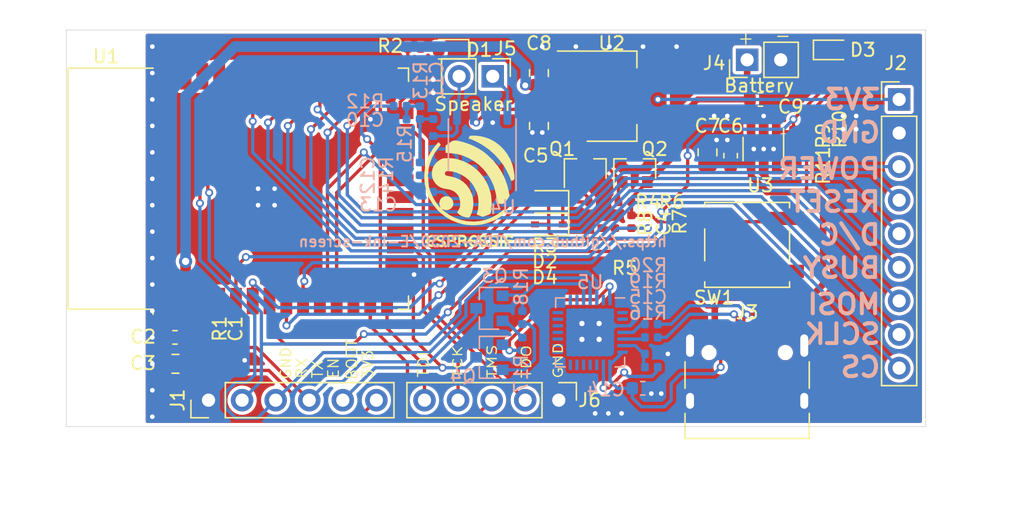
<source format=kicad_pcb>
(kicad_pcb (version 20171130) (host pcbnew "(5.1.6)-1")
  (layers (0 F.Cu signal) (31 B.Cu signal) (34 B.Paste user) (35 F.Paste user) (36 B.SilkS user) (37 F.SilkS user) (38 B.Mask user) (39 F.Mask user) (44 Edge.Cuts user))
  (net 0 "")
  (net 1 GND)
  (net 2 /EN)
  (net 3 +3V3)
  (net 4 /ADC_VOL)
  (net 5 "Net-(C5-Pad1)")
  (net 6 +5V)
  (net 7 +BATT)
  (net 8 "Net-(C10-Pad2)")
  (net 9 "Net-(C11-Pad2)")
  (net 10 "Net-(C12-Pad1)")
  (net 11 "Net-(C13-Pad1)")
  (net 12 "Net-(D1-Pad2)")
  (net 13 /Sheet5F4ECFED/ENABLE)
  (net 14 "Net-(D2-Pad1)")
  (net 15 "Net-(D3-Pad2)")
  (net 16 /Sheet5F4ECFED/CHRG_STATE)
  (net 17 /BOOT)
  (net 18 /CS)
  (net 19 /SCLK)
  (net 20 /MOSI)
  (net 21 /BUSY)
  (net 22 /DC)
  (net 23 /RESET)
  (net 24 /POWER)
  (net 25 "Net-(J3-PadB8)")
  (net 26 "Net-(J3-PadA5)")
  (net 27 "Net-(J3-PadA7)")
  (net 28 "Net-(J3-PadA8)")
  (net 29 "Net-(J3-PadB5)")
  (net 30 "Net-(J3-PadA6)")
  (net 31 "Net-(J5-Pad2)")
  (net 32 "Net-(J5-Pad1)")
  (net 33 /TDI)
  (net 34 /TCK)
  (net 35 /TMS)
  (net 36 /TDO)
  (net 37 "Net-(Q1-Pad3)")
  (net 38 "Net-(R2-Pad2)")
  (net 39 /Sheet5F4ECFED/BUTTON)
  (net 40 /Sheet5F4ECFED/USB_CHECK)
  (net 41 "Net-(R11-Pad2)")
  (net 42 /Sheet5F555EA7/INPUT)
  (net 43 "Net-(R14-Pad1)")
  (net 44 "Net-(U1-Pad37)")
  (net 45 "Net-(U1-Pad36)")
  (net 46 "Net-(U1-Pad32)")
  (net 47 "Net-(U1-Pad22)")
  (net 48 "Net-(U1-Pad21)")
  (net 49 "Net-(U1-Pad20)")
  (net 50 "Net-(U1-Pad19)")
  (net 51 "Net-(U1-Pad18)")
  (net 52 "Net-(U1-Pad17)")
  (net 53 "Net-(U1-Pad12)")
  (net 54 /Sheet5F555EA7/SHUTDOWN)
  (net 55 "Net-(U1-Pad4)")
  (net 56 "Net-(C15-Pad2)")
  (net 57 /TXD0)
  (net 58 /RXD0)
  (net 59 "Net-(Q3-Pad1)")
  (net 60 "Net-(Q3-Pad2)")
  (net 61 "Net-(Q4-Pad1)")
  (net 62 "Net-(Q4-Pad2)")
  (net 63 "Net-(R16-Pad1)")
  (net 64 "Net-(U5-Pad27)")
  (net 65 "Net-(U5-Pad23)")
  (net 66 "Net-(U5-Pad22)")
  (net 67 "Net-(U5-Pad21)")
  (net 68 "Net-(U5-Pad20)")
  (net 69 "Net-(U5-Pad19)")
  (net 70 "Net-(U5-Pad18)")
  (net 71 "Net-(U5-Pad17)")
  (net 72 "Net-(U5-Pad16)")
  (net 73 "Net-(U5-Pad15)")
  (net 74 "Net-(U5-Pad14)")
  (net 75 "Net-(U5-Pad13)")
  (net 76 "Net-(U5-Pad12)")
  (net 77 "Net-(U5-Pad11)")
  (net 78 "Net-(U5-Pad10)")
  (net 79 "Net-(U5-Pad2)")
  (net 80 "Net-(U5-Pad1)")
  (net 81 "Net-(R19-Pad1)")
  (net 82 "Net-(R20-Pad1)")
  (net 83 "Net-(D4-Pad2)")
  (module Diode_SMD:D_SOD-323 (layer F.Cu) (at 106.5 104.7 180)
    (fp_text reference D4 (at 0.3 -4) (layer F.SilkS))
    (fp_text value 1N4148WS)
    (pad 2 smd rect (at 1.05 0 180) (size 0.6 0.45) (layers F.Cu F.Paste F.Mask) (net 83 "Net-(D4-Pad2)"))
    (pad 1 smd rect (at -1.05 0 180) (size 0.6 0.45) (layers F.Cu F.Paste F.Mask) (net 14 "Net-(D2-Pad1)"))
  )
  (module epaper-pcb:espressif_logo (layer F.Cu) (at 100.5 102.25)
    (fp_text reference G*** hide)
    (fp_text value LOGO hide)
  )
  (module Resistor_SMD:R_0402_1005Metric (layer B.Cu) (at 114.25 112.25)
    (fp_text reference R20 (at -0.25 -4.45) (layer B.SilkS) (effects (justify mirror)))
    (fp_text value 22)
    (pad 2 smd roundrect (at 0.485 0) (size 0.59 0.64) (layers B.Cu B.Paste B.Mask) (net 30 "Net-(J3-PadA6)"))
    (pad 1 smd roundrect (at -0.485 0) (size 0.59 0.64) (layers B.Cu B.Paste B.Mask) (net 82 "Net-(R20-Pad1)"))
  )
  (module Resistor_SMD:R_0402_1005Metric (layer B.Cu) (at 114.25 113.25)
    (fp_text reference R19 (at -0.25 -4.25) (layer B.SilkS) (effects (justify mirror)))
    (fp_text value 22)
    (pad 2 smd roundrect (at 0.485 0) (size 0.59 0.64) (layers B.Cu B.Paste B.Mask) (net 27 "Net-(J3-PadA7)"))
    (pad 1 smd roundrect (at -0.485 0) (size 0.59 0.64) (layers B.Cu B.Paste B.Mask) (net 81 "Net-(R19-Pad1)"))
  )
  (module Package_TO_SOT_SMD:SOT-23 (layer B.Cu) (at 102 114.755001 180)
    (fp_text reference Q4 (at 2 -1.444999) (layer B.SilkS) (effects (justify mirror)))
    (fp_text value S8050)
    (pad 3 smd rect (at 1 0 180) (size 0.9 0.8) (layers B.Cu B.Paste B.Mask) (net 17 /BOOT))
    (pad 2 smd rect (at -1 -0.95 180) (size 0.9 0.8) (layers B.Cu B.Paste B.Mask) (net 62 "Net-(Q4-Pad2)"))
    (pad 1 smd rect (at -1 0.95 180) (size 0.9 0.8) (layers B.Cu B.Paste B.Mask) (net 61 "Net-(Q4-Pad1)"))
  )
  (module Package_TO_SOT_SMD:SOT-23 (layer B.Cu) (at 102 111.05 180)
    (fp_text reference Q3 (at -0.4 2.45) (layer B.SilkS) (effects (justify mirror)))
    (fp_text value S8050)
    (pad 3 smd rect (at 1 0 180) (size 0.9 0.8) (layers B.Cu B.Paste B.Mask) (net 2 /EN))
    (pad 2 smd rect (at -1 -0.95 180) (size 0.9 0.8) (layers B.Cu B.Paste B.Mask) (net 60 "Net-(Q3-Pad2)"))
    (pad 1 smd rect (at -1 0.95 180) (size 0.9 0.8) (layers B.Cu B.Paste B.Mask) (net 59 "Net-(Q3-Pad1)"))
  )
  (module Package_DFN_QFN:QFN-28-1EP_5x5mm_P0.5mm_EP3.35x3.35mm (layer B.Cu) (at 109.624999 112.875001 180)
    (fp_text reference U5 (at 0 3.8) (layer B.SilkS) (effects (justify mirror)))
    (fp_text value CP2102N-A01-GQFN28)
    (pad 1 smd roundrect (at -2.45 1.5 180) (size 0.8 0.25) (layers B.Cu B.Paste B.Mask) (net 80 "Net-(U5-Pad1)"))
    (pad 2 smd roundrect (at -2.45 1 180) (size 0.8 0.25) (layers B.Cu B.Paste B.Mask) (net 79 "Net-(U5-Pad2)"))
    (pad 3 smd roundrect (at -2.45 0.5 180) (size 0.8 0.25) (layers B.Cu B.Paste B.Mask) (net 1 GND))
    (pad 4 smd roundrect (at -2.45 0 180) (size 0.8 0.25) (layers B.Cu B.Paste B.Mask) (net 82 "Net-(R20-Pad1)"))
    (pad 5 smd roundrect (at -2.45 -0.5 180) (size 0.8 0.25) (layers B.Cu B.Paste B.Mask) (net 81 "Net-(R19-Pad1)"))
    (pad 6 smd roundrect (at -2.45 -1 180) (size 0.8 0.25) (layers B.Cu B.Paste B.Mask) (net 56 "Net-(C15-Pad2)"))
    (pad 7 smd roundrect (at -2.45 -1.5 180) (size 0.8 0.25) (layers B.Cu B.Paste B.Mask) (net 6 +5V))
    (pad 8 smd roundrect (at -1.5 -2.45 180) (size 0.25 0.8) (layers B.Cu B.Paste B.Mask) (net 6 +5V))
    (pad 9 smd roundrect (at -1 -2.45 180) (size 0.25 0.8) (layers B.Cu B.Paste B.Mask) (net 63 "Net-(R16-Pad1)"))
    (pad 10 smd roundrect (at -0.5 -2.45 180) (size 0.25 0.8) (layers B.Cu B.Paste B.Mask) (net 78 "Net-(U5-Pad10)"))
    (pad 11 smd roundrect (at 0 -2.45 180) (size 0.25 0.8) (layers B.Cu B.Paste B.Mask) (net 77 "Net-(U5-Pad11)"))
    (pad 12 smd roundrect (at 0.5 -2.45 180) (size 0.25 0.8) (layers B.Cu B.Paste B.Mask) (net 76 "Net-(U5-Pad12)"))
    (pad 13 smd roundrect (at 1 -2.45 180) (size 0.25 0.8) (layers B.Cu B.Paste B.Mask) (net 75 "Net-(U5-Pad13)"))
    (pad 14 smd roundrect (at 1.5 -2.45 180) (size 0.25 0.8) (layers B.Cu B.Paste B.Mask) (net 74 "Net-(U5-Pad14)"))
    (pad 15 smd roundrect (at 2.45 -1.5 180) (size 0.8 0.25) (layers B.Cu B.Paste B.Mask) (net 73 "Net-(U5-Pad15)"))
    (pad 16 smd roundrect (at 2.45 -1 180) (size 0.8 0.25) (layers B.Cu B.Paste B.Mask) (net 72 "Net-(U5-Pad16)"))
    (pad 17 smd roundrect (at 2.45 -0.5 180) (size 0.8 0.25) (layers B.Cu B.Paste B.Mask) (net 71 "Net-(U5-Pad17)"))
    (pad 18 smd roundrect (at 2.45 0 180) (size 0.8 0.25) (layers B.Cu B.Paste B.Mask) (net 70 "Net-(U5-Pad18)"))
    (pad 19 smd roundrect (at 2.45 0.5 180) (size 0.8 0.25) (layers B.Cu B.Paste B.Mask) (net 69 "Net-(U5-Pad19)"))
    (pad 20 smd roundrect (at 2.45 1 180) (size 0.8 0.25) (layers B.Cu B.Paste B.Mask) (net 68 "Net-(U5-Pad20)"))
    (pad 21 smd roundrect (at 2.45 1.5 180) (size 0.8 0.25) (layers B.Cu B.Paste B.Mask) (net 67 "Net-(U5-Pad21)"))
    (pad 22 smd roundrect (at 1.5 2.45 180) (size 0.25 0.8) (layers B.Cu B.Paste B.Mask) (net 66 "Net-(U5-Pad22)"))
    (pad 23 smd roundrect (at 1 2.45 180) (size 0.25 0.8) (layers B.Cu B.Paste B.Mask) (net 65 "Net-(U5-Pad23)"))
    (pad 24 smd roundrect (at 0.5 2.45 180) (size 0.25 0.8) (layers B.Cu B.Paste B.Mask) (net 59 "Net-(Q3-Pad1)"))
    (pad 25 smd roundrect (at 0 2.45 180) (size 0.25 0.8) (layers B.Cu B.Paste B.Mask) (net 57 /TXD0))
    (pad 26 smd roundrect (at -0.5 2.45 180) (size 0.25 0.8) (layers B.Cu B.Paste B.Mask) (net 58 /RXD0))
    (pad 27 smd roundrect (at -1 2.45 180) (size 0.25 0.8) (layers B.Cu B.Paste B.Mask) (net 64 "Net-(U5-Pad27)"))
    (pad 28 smd roundrect (at -1.5 2.45 180) (size 0.25 0.8) (layers B.Cu B.Paste B.Mask) (net 61 "Net-(Q4-Pad1)"))
    (pad 29 smd rect (at 0 0 180) (size 3.35 3.35) (layers B.Cu B.Mask) (net 1 GND))
  )
  (module Resistor_SMD:R_0402_1005Metric (layer B.Cu) (at 104.5 111.75 90)
    (fp_text reference R18 (at 2.35 -0.1 90) (layer B.SilkS) (effects (justify mirror)))
    (fp_text value 10K)
    (pad 2 smd roundrect (at 0.485 0 90) (size 0.59 0.64) (layers B.Cu B.Paste B.Mask) (net 59 "Net-(Q3-Pad1)"))
    (pad 1 smd roundrect (at -0.485 0 90) (size 0.59 0.64) (layers B.Cu B.Paste B.Mask) (net 62 "Net-(Q4-Pad2)"))
  )
  (module Resistor_SMD:R_0402_1005Metric (layer B.Cu) (at 104.5 113.75 270)
    (fp_text reference R17 (at 2.25 0.1 90) (layer B.SilkS) (effects (justify mirror)))
    (fp_text value 10K)
    (pad 2 smd roundrect (at 0.485 0 270) (size 0.59 0.64) (layers B.Cu B.Paste B.Mask) (net 61 "Net-(Q4-Pad1)"))
    (pad 1 smd roundrect (at -0.485 0 270) (size 0.59 0.64) (layers B.Cu B.Paste B.Mask) (net 60 "Net-(Q3-Pad2)"))
  )
  (module Resistor_SMD:R_0402_1005Metric (layer B.Cu) (at 114.25 115.5 180)
    (fp_text reference R16 (at 0.25 4.1) (layer B.SilkS) (effects (justify mirror)))
    (fp_text value 10K)
    (pad 2 smd roundrect (at 0.485 0 180) (size 0.59 0.64) (layers B.Cu B.Paste B.Mask) (net 56 "Net-(C15-Pad2)"))
    (pad 1 smd roundrect (at -0.485 0 180) (size 0.59 0.64) (layers B.Cu B.Paste B.Mask) (net 63 "Net-(R16-Pad1)"))
  )
  (module Capacitor_SMD:C_0402_1005Metric (layer B.Cu) (at 114.25 114.5 180)
    (fp_text reference C15 (at 0.25 4.3) (layer B.SilkS) (effects (justify mirror)))
    (fp_text value 0.1uf)
    (pad 2 smd roundrect (at 0.485 0 180) (size 0.59 0.64) (layers B.Cu B.Paste B.Mask) (net 56 "Net-(C15-Pad2)"))
    (pad 1 smd roundrect (at -0.485 0 180) (size 0.59 0.64) (layers B.Cu B.Paste B.Mask) (net 1 GND))
  )
  (module Capacitor_SMD:C_0603_1608Metric (layer B.Cu) (at 113.6 117.1)
    (fp_text reference C14 (at -2.8 0.1) (layer B.SilkS) (effects (justify mirror)))
    (fp_text value 1uf)
    (pad 2 smd roundrect (at 0.7875 0) (size 0.875 0.95) (layers B.Cu B.Paste B.Mask) (net 1 GND))
    (pad 1 smd roundrect (at -0.7875 0) (size 0.875 0.95) (layers B.Cu B.Paste B.Mask) (net 6 +5V))
  )
  (module Connector_PinHeader_2.54mm:PinHeader_1x09_P2.54mm_Vertical (layer F.Cu) (at 133 95.25)
    (fp_text reference J2 (at -0.25 -2.75) (layer F.SilkS))
    (fp_text value epaper)
    (pad 9 thru_hole oval (at 0 20.32) (size 1.7 1.7) (drill 1) (layers *.Cu *.Mask) (net 18 /CS))
    (pad 8 thru_hole oval (at 0 17.78) (size 1.7 1.7) (drill 1) (layers *.Cu *.Mask) (net 19 /SCLK))
    (pad 7 thru_hole oval (at 0 15.24) (size 1.7 1.7) (drill 1) (layers *.Cu *.Mask) (net 20 /MOSI))
    (pad 6 thru_hole oval (at 0 12.7) (size 1.7 1.7) (drill 1) (layers *.Cu *.Mask) (net 21 /BUSY))
    (pad 5 thru_hole oval (at 0 10.16) (size 1.7 1.7) (drill 1) (layers *.Cu *.Mask) (net 22 /DC))
    (pad 4 thru_hole oval (at 0 7.62) (size 1.7 1.7) (drill 1) (layers *.Cu *.Mask) (net 23 /RESET))
    (pad 3 thru_hole oval (at 0 5.08) (size 1.7 1.7) (drill 1) (layers *.Cu *.Mask) (net 24 /POWER))
    (pad 2 thru_hole oval (at 0 2.54) (size 1.7 1.7) (drill 1) (layers *.Cu *.Mask) (net 1 GND))
    (pad 1 thru_hole rect (at 0 0) (size 1.7 1.7) (drill 1) (layers *.Cu *.Mask) (net 3 +3V3))
  )
  (module Package_SO:SOIC-8_3.9x4.9mm_P1.27mm (layer B.Cu) (at 101.454999 98.674999 90)
    (fp_text reference U4 (at -4.725001 1.545001) (layer B.SilkS) (effects (justify mirror)))
    (fp_text value TC8002D)
    (pad 8 smd roundrect (at 2.475 1.905 90) (size 1.95 0.6) (layers B.Cu B.Paste B.Mask) (net 32 "Net-(J5-Pad1)"))
    (pad 7 smd roundrect (at 2.475 0.635 90) (size 1.95 0.6) (layers B.Cu B.Paste B.Mask) (net 1 GND))
    (pad 6 smd roundrect (at 2.475 -0.635 90) (size 1.95 0.6) (layers B.Cu B.Paste B.Mask) (net 3 +3V3))
    (pad 5 smd roundrect (at 2.475 -1.905 90) (size 1.95 0.6) (layers B.Cu B.Paste B.Mask) (net 31 "Net-(J5-Pad2)"))
    (pad 4 smd roundrect (at -2.475 -1.905 90) (size 1.95 0.6) (layers B.Cu B.Paste B.Mask) (net 43 "Net-(R14-Pad1)"))
    (pad 3 smd roundrect (at -2.475 -0.635 90) (size 1.95 0.6) (layers B.Cu B.Paste B.Mask) (net 11 "Net-(C13-Pad1)"))
    (pad 2 smd roundrect (at -2.475 0.635 90) (size 1.95 0.6) (layers B.Cu B.Paste B.Mask) (net 11 "Net-(C13-Pad1)"))
    (pad 1 smd roundrect (at -2.475 1.905 90) (size 1.95 0.6) (layers B.Cu B.Paste B.Mask) (net 54 /Sheet5F555EA7/SHUTDOWN))
  )
  (module Package_TO_SOT_SMD:TSOT-23-5 (layer F.Cu) (at 122.75 99 270)
    (fp_text reference U3 (at 2.75 0.25 180) (layer F.SilkS))
    (fp_text value LTC4054ES5-4.2)
    (pad 5 smd rect (at 1.31 -0.95 270) (size 1.22 0.65) (layers F.Cu F.Paste F.Mask) (net 41 "Net-(R11-Pad2)"))
    (pad 4 smd rect (at 1.31 0.95 270) (size 1.22 0.65) (layers F.Cu F.Paste F.Mask) (net 6 +5V))
    (pad 3 smd rect (at -1.31 0.95 270) (size 1.22 0.65) (layers F.Cu F.Paste F.Mask) (net 7 +BATT))
    (pad 2 smd rect (at -1.31 0 270) (size 1.22 0.65) (layers F.Cu F.Paste F.Mask) (net 1 GND))
    (pad 1 smd rect (at -1.31 -0.95 270) (size 1.22 0.65) (layers F.Cu F.Paste F.Mask) (net 16 /Sheet5F4ECFED/CHRG_STATE))
  )
  (module Package_TO_SOT_SMD:SOT-223-3_TabPin2 (layer F.Cu) (at 111.25 95)
    (fp_text reference U2 (at 0 -4) (layer F.SilkS))
    (fp_text value AMS1117-3.3)
    (pad 1 smd rect (at -3.15 -2.3) (size 2 1.5) (layers F.Cu F.Paste F.Mask) (net 1 GND))
    (pad 3 smd rect (at -3.15 2.3) (size 2 1.5) (layers F.Cu F.Paste F.Mask) (net 5 "Net-(C5-Pad1)"))
    (pad 2 smd rect (at -3.15 0) (size 2 1.5) (layers F.Cu F.Paste F.Mask) (net 3 +3V3))
    (pad 2 smd rect (at 3.15 0) (size 2 3.8) (layers F.Cu F.Paste F.Mask) (net 3 +3V3))
  )
  (module RF_Module:ESP32-WROOM-32 (layer F.Cu) (at 86 102 90)
    (fp_text reference U1 (at 10 -13) (layer F.SilkS))
    (fp_text value ESP32-WROOM-32D)
    (pad 38 smd rect (at 8.5 -8.255 90) (size 2 0.9) (layers F.Cu F.Paste F.Mask) (net 1 GND))
    (pad 37 smd rect (at 8.5 -6.985 90) (size 2 0.9) (layers F.Cu F.Paste F.Mask) (net 44 "Net-(U1-Pad37)"))
    (pad 36 smd rect (at 8.5 -5.715 90) (size 2 0.9) (layers F.Cu F.Paste F.Mask) (net 45 "Net-(U1-Pad36)"))
    (pad 35 smd rect (at 8.5 -4.445 90) (size 2 0.9) (layers F.Cu F.Paste F.Mask) (net 57 /TXD0))
    (pad 34 smd rect (at 8.5 -3.175 90) (size 2 0.9) (layers F.Cu F.Paste F.Mask) (net 58 /RXD0))
    (pad 33 smd rect (at 8.5 -1.905 90) (size 2 0.9) (layers F.Cu F.Paste F.Mask) (net 18 /CS))
    (pad 32 smd rect (at 8.5 -0.635 90) (size 2 0.9) (layers F.Cu F.Paste F.Mask) (net 46 "Net-(U1-Pad32)"))
    (pad 31 smd rect (at 8.5 0.635 90) (size 2 0.9) (layers F.Cu F.Paste F.Mask) (net 19 /SCLK))
    (pad 30 smd rect (at 8.5 1.905 90) (size 2 0.9) (layers F.Cu F.Paste F.Mask) (net 20 /MOSI))
    (pad 29 smd rect (at 8.5 3.175 90) (size 2 0.9) (layers F.Cu F.Paste F.Mask) (net 23 /RESET))
    (pad 28 smd rect (at 8.5 4.445 90) (size 2 0.9) (layers F.Cu F.Paste F.Mask) (net 21 /BUSY))
    (pad 27 smd rect (at 8.5 5.715 90) (size 2 0.9) (layers F.Cu F.Paste F.Mask) (net 22 /DC))
    (pad 26 smd rect (at 8.5 6.985 90) (size 2 0.9) (layers F.Cu F.Paste F.Mask) (net 24 /POWER))
    (pad 25 smd rect (at 8.5 8.255 90) (size 2 0.9) (layers F.Cu F.Paste F.Mask) (net 17 /BOOT))
    (pad 24 smd rect (at 5.715 9.255 180) (size 2 0.9) (layers F.Cu F.Paste F.Mask) (net 38 "Net-(R2-Pad2)"))
    (pad 23 smd rect (at 4.445 9.255 180) (size 2 0.9) (layers F.Cu F.Paste F.Mask) (net 36 /TDO))
    (pad 22 smd rect (at 3.175 9.255 180) (size 2 0.9) (layers F.Cu F.Paste F.Mask) (net 47 "Net-(U1-Pad22)"))
    (pad 21 smd rect (at 1.905 9.255 180) (size 2 0.9) (layers F.Cu F.Paste F.Mask) (net 48 "Net-(U1-Pad21)"))
    (pad 20 smd rect (at 0.635 9.255 180) (size 2 0.9) (layers F.Cu F.Paste F.Mask) (net 49 "Net-(U1-Pad20)"))
    (pad 19 smd rect (at -0.635 9.255 180) (size 2 0.9) (layers F.Cu F.Paste F.Mask) (net 50 "Net-(U1-Pad19)"))
    (pad 18 smd rect (at -1.905 9.255 180) (size 2 0.9) (layers F.Cu F.Paste F.Mask) (net 51 "Net-(U1-Pad18)"))
    (pad 17 smd rect (at -3.175 9.255 180) (size 2 0.9) (layers F.Cu F.Paste F.Mask) (net 52 "Net-(U1-Pad17)"))
    (pad 16 smd rect (at -4.445 9.255 180) (size 2 0.9) (layers F.Cu F.Paste F.Mask) (net 34 /TCK))
    (pad 15 smd rect (at -5.715 9.255 180) (size 2 0.9) (layers F.Cu F.Paste F.Mask) (net 1 GND))
    (pad 14 smd rect (at -8.5 8.255 90) (size 2 0.9) (layers F.Cu F.Paste F.Mask) (net 33 /TDI))
    (pad 13 smd rect (at -8.5 6.985 90) (size 2 0.9) (layers F.Cu F.Paste F.Mask) (net 35 /TMS))
    (pad 12 smd rect (at -8.5 5.715 90) (size 2 0.9) (layers F.Cu F.Paste F.Mask) (net 53 "Net-(U1-Pad12)"))
    (pad 11 smd rect (at -8.5 4.445 90) (size 2 0.9) (layers F.Cu F.Paste F.Mask) (net 42 /Sheet5F555EA7/INPUT))
    (pad 10 smd rect (at -8.5 3.175 90) (size 2 0.9) (layers F.Cu F.Paste F.Mask) (net 54 /Sheet5F555EA7/SHUTDOWN))
    (pad 9 smd rect (at -8.5 1.905 90) (size 2 0.9) (layers F.Cu F.Paste F.Mask) (net 16 /Sheet5F4ECFED/CHRG_STATE))
    (pad 8 smd rect (at -8.5 0.635 90) (size 2 0.9) (layers F.Cu F.Paste F.Mask) (net 13 /Sheet5F4ECFED/ENABLE))
    (pad 7 smd rect (at -8.5 -0.635 90) (size 2 0.9) (layers F.Cu F.Paste F.Mask) (net 40 /Sheet5F4ECFED/USB_CHECK))
    (pad 6 smd rect (at -8.5 -1.905 90) (size 2 0.9) (layers F.Cu F.Paste F.Mask) (net 39 /Sheet5F4ECFED/BUTTON))
    (pad 5 smd rect (at -8.5 -3.175 90) (size 2 0.9) (layers F.Cu F.Paste F.Mask) (net 4 /ADC_VOL))
    (pad 4 smd rect (at -8.5 -4.445 90) (size 2 0.9) (layers F.Cu F.Paste F.Mask) (net 55 "Net-(U1-Pad4)"))
    (pad 3 smd rect (at -8.5 -5.715 90) (size 2 0.9) (layers F.Cu F.Paste F.Mask) (net 2 /EN))
    (pad 2 smd rect (at -8.5 -6.985 90) (size 2 0.9) (layers F.Cu F.Paste F.Mask) (net 3 +3V3))
    (pad 1 smd rect (at -8.5 -8.255 90) (size 2 0.9) (layers F.Cu F.Paste F.Mask) (net 1 GND))
    (pad 39 smd rect (at -1 -0.755 90) (size 5 5) (layers F.Cu F.Paste F.Mask) (net 1 GND))
  )
  (module Button_Switch_SMD:SW_Push_1P1T_NO_CK_KSC7xxJ (layer F.Cu) (at 121.5 106.25 180)
    (fp_text reference SW1 (at 2.5 -4) (layer F.SilkS))
    (fp_text value SW_Push)
    (pad 2 smd rect (at 2.9 2 180) (size 2.8 1) (layers F.Cu F.Paste F.Mask) (net 7 +BATT))
    (pad 2 smd rect (at -2.9 2 180) (size 2.8 1) (layers F.Cu F.Paste F.Mask) (net 7 +BATT))
    (pad 1 smd rect (at 2.9 -2 180) (size 2.8 1) (layers F.Cu F.Paste F.Mask) (net 83 "Net-(D4-Pad2)"))
    (pad 1 smd rect (at -2.9 -2 180) (size 2.8 1) (layers F.Cu F.Paste F.Mask) (net 83 "Net-(D4-Pad2)"))
  )
  (module Resistor_SMD:R_0402_1005Metric (layer B.Cu) (at 97.75 98.5 270)
    (fp_text reference R15 (at 0.1 2.15 270) (layer B.SilkS) (effects (justify mirror)))
    (fp_text value 20k)
    (pad 2 smd roundrect (at 0.485 0 270) (size 0.59 0.64) (layers B.Cu B.Paste B.Mask) (net 43 "Net-(R14-Pad1)"))
    (pad 1 smd roundrect (at -0.485 0 270) (size 0.59 0.64) (layers B.Cu B.Paste B.Mask) (net 31 "Net-(J5-Pad2)"))
  )
  (module Resistor_SMD:R_0402_1005Metric (layer B.Cu) (at 97.75 100.5 270)
    (fp_text reference R14 (at 0.5 3.55 270) (layer B.SilkS) (effects (justify mirror)))
    (fp_text value 20k)
    (pad 2 smd roundrect (at 0.485 0 270) (size 0.59 0.64) (layers B.Cu B.Paste B.Mask) (net 10 "Net-(C12-Pad1)"))
    (pad 1 smd roundrect (at -0.485 0 270) (size 0.59 0.64) (layers B.Cu B.Paste B.Mask) (net 43 "Net-(R14-Pad1)"))
  )
  (module Resistor_SMD:R_0402_1005Metric (layer B.Cu) (at 96.75 96.25 90)
    (fp_text reference R13 (at 2.45 0.05 270) (layer B.SilkS) (effects (justify mirror)))
    (fp_text value 20k)
    (pad 2 smd roundrect (at 0.485 0 90) (size 0.59 0.64) (layers B.Cu B.Paste B.Mask) (net 8 "Net-(C10-Pad2)"))
    (pad 1 smd roundrect (at -0.485 0 90) (size 0.59 0.64) (layers B.Cu B.Paste B.Mask) (net 9 "Net-(C11-Pad2)"))
  )
  (module Resistor_SMD:R_0402_1005Metric (layer B.Cu) (at 95.25 95.75 180)
    (fp_text reference R12 (at 2.65 0.35 180) (layer B.SilkS) (effects (justify mirror)))
    (fp_text value 20k)
    (pad 2 smd roundrect (at 0.485 0 180) (size 0.59 0.64) (layers B.Cu B.Paste B.Mask) (net 42 /Sheet5F555EA7/INPUT))
    (pad 1 smd roundrect (at -0.485 0 180) (size 0.59 0.64) (layers B.Cu B.Paste B.Mask) (net 8 "Net-(C10-Pad2)"))
  )
  (module Resistor_SMD:R_0402_1005Metric (layer F.Cu) (at 125 100.25 270)
    (fp_text reference R11 (at 0 -2.25 90) (layer F.SilkS))
    (fp_text value 1.5K)
    (pad 2 smd roundrect (at 0.485 0 270) (size 0.59 0.64) (layers F.Cu F.Paste F.Mask) (net 41 "Net-(R11-Pad2)"))
    (pad 1 smd roundrect (at -0.485 0 270) (size 0.59 0.64) (layers F.Cu F.Paste F.Mask) (net 1 GND))
  )
  (module Resistor_SMD:R_0402_1005Metric (layer F.Cu) (at 126 98 270)
    (fp_text reference R10 (at -0.5 -2.5 90) (layer F.SilkS))
    (fp_text value 1K)
    (pad 2 smd roundrect (at 0.485 0 270) (size 0.59 0.64) (layers F.Cu F.Paste F.Mask) (net 6 +5V))
    (pad 1 smd roundrect (at -0.485 0 270) (size 0.59 0.64) (layers F.Cu F.Paste F.Mask) (net 15 "Net-(D3-Pad2)"))
  )
  (module Resistor_SMD:R_0402_1005Metric (layer F.Cu) (at 125 98 270)
    (fp_text reference R9 (at 0 -2.25 90) (layer F.SilkS))
    (fp_text value 10K)
    (pad 2 smd roundrect (at 0.485 0 270) (size 0.59 0.64) (layers F.Cu F.Paste F.Mask) (net 6 +5V))
    (pad 1 smd roundrect (at -0.485 0 270) (size 0.59 0.64) (layers F.Cu F.Paste F.Mask) (net 16 /Sheet5F4ECFED/CHRG_STATE))
  )
  (module Resistor_SMD:R_0402_1005Metric (layer F.Cu) (at 110.5 104.5 270)
    (fp_text reference R8 (at 0.1 -3.3 90) (layer F.SilkS))
    (fp_text value 10K)
    (pad 2 smd roundrect (at 0.485 0 270) (size 0.59 0.64) (layers F.Cu F.Paste F.Mask) (net 4 /ADC_VOL))
    (pad 1 smd roundrect (at -0.485 0 270) (size 0.59 0.64) (layers F.Cu F.Paste F.Mask) (net 1 GND))
  )
  (module Resistor_SMD:R_0402_1005Metric (layer F.Cu) (at 112.75 104.5 90)
    (fp_text reference R7 (at 0 3.65 90) (layer F.SilkS))
    (fp_text value 10K)
    (pad 2 smd roundrect (at 0.485 0 90) (size 0.59 0.64) (layers F.Cu F.Paste F.Mask) (net 7 +BATT))
    (pad 1 smd roundrect (at -0.485 0 90) (size 0.59 0.64) (layers F.Cu F.Paste F.Mask) (net 4 /ADC_VOL))
  )
  (module Resistor_SMD:R_0402_1005Metric (layer F.Cu) (at 112.25 103 180)
    (fp_text reference R6 (at -3.55 0) (layer F.SilkS))
    (fp_text value 10K)
    (pad 2 smd roundrect (at 0.485 0 180) (size 0.59 0.64) (layers F.Cu F.Paste F.Mask) (net 37 "Net-(Q1-Pad3)"))
    (pad 1 smd roundrect (at -0.485 0 180) (size 0.59 0.64) (layers F.Cu F.Paste F.Mask) (net 7 +BATT))
  )
  (module Resistor_SMD:R_0402_1005Metric (layer F.Cu) (at 112.25 106.75)
    (fp_text reference R5 (at 0 1.25) (layer F.SilkS))
    (fp_text value 4.7K)
    (pad 2 smd roundrect (at 0.485 0) (size 0.59 0.64) (layers F.Cu F.Paste F.Mask) (net 6 +5V))
    (pad 1 smd roundrect (at -0.485 0) (size 0.59 0.64) (layers F.Cu F.Paste F.Mask) (net 40 /Sheet5F4ECFED/USB_CHECK))
  )
  (module Resistor_SMD:R_0402_1005Metric (layer F.Cu) (at 110 103 180)
    (fp_text reference R4 (at -4 0) (layer F.SilkS))
    (fp_text value 10K)
    (pad 2 smd roundrect (at 0.485 0 180) (size 0.59 0.64) (layers F.Cu F.Paste F.Mask) (net 14 "Net-(D2-Pad1)"))
    (pad 1 smd roundrect (at -0.485 0 180) (size 0.59 0.64) (layers F.Cu F.Paste F.Mask) (net 1 GND))
  )
  (module Resistor_SMD:R_0402_1005Metric (layer F.Cu) (at 106 101.5 180)
    (fp_text reference R3 (at -0.2 -4.8) (layer F.SilkS))
    (fp_text value 4.7K)
    (pad 2 smd roundrect (at 0.485 0 180) (size 0.59 0.64) (layers F.Cu F.Paste F.Mask) (net 39 /Sheet5F4ECFED/BUTTON))
    (pad 1 smd roundrect (at -0.485 0 180) (size 0.59 0.64) (layers F.Cu F.Paste F.Mask) (net 83 "Net-(D4-Pad2)"))
  )
  (module Resistor_SMD:R_0402_1005Metric (layer F.Cu) (at 96.315 91.4 180)
    (fp_text reference R2 (at 1.815 0.2) (layer F.SilkS))
    (fp_text value 4.7K)
    (pad 2 smd roundrect (at 0.485 0 180) (size 0.59 0.64) (layers F.Cu F.Paste F.Mask) (net 38 "Net-(R2-Pad2)"))
    (pad 1 smd roundrect (at -0.485 0 180) (size 0.59 0.64) (layers F.Cu F.Paste F.Mask) (net 12 "Net-(D1-Pad2)"))
  )
  (module Resistor_SMD:R_0402_1005Metric (layer F.Cu) (at 81.5 114.5 90)
    (fp_text reference R1 (at 1.9 0.1 90) (layer F.SilkS))
    (fp_text value 10K)
    (pad 2 smd roundrect (at 0.485 0 90) (size 0.59 0.64) (layers F.Cu F.Paste F.Mask) (net 2 /EN))
    (pad 1 smd roundrect (at -0.485 0 90) (size 0.59 0.64) (layers F.Cu F.Paste F.Mask) (net 3 +3V3))
  )
  (module Package_TO_SOT_SMD:SOT-23 (layer F.Cu) (at 113 100.5 90)
    (fp_text reference Q2 (at 1.5 1.5 180) (layer F.SilkS))
    (fp_text value AO3401A)
    (pad 3 smd rect (at 1 0 90) (size 0.9 0.8) (layers F.Cu F.Paste F.Mask) (net 5 "Net-(C5-Pad1)"))
    (pad 2 smd rect (at -1 0.95 90) (size 0.9 0.8) (layers F.Cu F.Paste F.Mask) (net 7 +BATT))
    (pad 1 smd rect (at -1 -0.95 90) (size 0.9 0.8) (layers F.Cu F.Paste F.Mask) (net 37 "Net-(Q1-Pad3)"))
  )
  (module Package_TO_SOT_SMD:SOT-23 (layer F.Cu) (at 109.25 100.5 90)
    (fp_text reference Q1 (at 1.5 -1.75 180) (layer F.SilkS))
    (fp_text value DMG3404L)
    (pad 3 smd rect (at 1 0 90) (size 0.9 0.8) (layers F.Cu F.Paste F.Mask) (net 37 "Net-(Q1-Pad3)"))
    (pad 2 smd rect (at -1 0.95 90) (size 0.9 0.8) (layers F.Cu F.Paste F.Mask) (net 1 GND))
    (pad 1 smd rect (at -1 -0.95 90) (size 0.9 0.8) (layers F.Cu F.Paste F.Mask) (net 14 "Net-(D2-Pad1)"))
  )
  (module Connector_PinHeader_2.54mm:PinHeader_1x05_P2.54mm_Vertical (layer F.Cu) (at 107.25 118 270)
    (fp_text reference J6 (at 0 -2.33 180) (layer F.SilkS))
    (fp_text value JTAG)
    (pad 5 thru_hole oval (at 0 10.16 270) (size 1.7 1.7) (drill 1) (layers *.Cu *.Mask) (net 33 /TDI))
    (pad 4 thru_hole oval (at 0 7.62 270) (size 1.7 1.7) (drill 1) (layers *.Cu *.Mask) (net 34 /TCK))
    (pad 3 thru_hole oval (at 0 5.08 270) (size 1.7 1.7) (drill 1) (layers *.Cu *.Mask) (net 35 /TMS))
    (pad 2 thru_hole oval (at 0 2.54 270) (size 1.7 1.7) (drill 1) (layers *.Cu *.Mask) (net 36 /TDO))
    (pad 1 thru_hole rect (at 0 0 270) (size 1.7 1.7) (drill 1) (layers *.Cu *.Mask) (net 1 GND))
  )
  (module Connector_PinHeader_2.54mm:PinHeader_1x02_P2.54mm_Vertical (layer F.Cu) (at 102.25 93.5 270)
    (fp_text reference J5 (at -2.1 -0.95 180) (layer F.SilkS))
    (fp_text value Speaker)
    (pad 2 thru_hole oval (at 0 2.54 270) (size 1.7 1.7) (drill 1) (layers *.Cu *.Mask) (net 31 "Net-(J5-Pad2)"))
    (pad 1 thru_hole rect (at 0 0 270) (size 1.7 1.7) (drill 1) (layers *.Cu *.Mask) (net 32 "Net-(J5-Pad1)"))
  )
  (module Connector_PinHeader_2.54mm:PinHeader_1x02_P2.54mm_Vertical (layer F.Cu) (at 121.5 92.25 90)
    (fp_text reference J4 (at -0.25 -2.5 180) (layer F.SilkS))
    (fp_text value BATT)
    (pad 2 thru_hole oval (at 0 2.54 90) (size 1.7 1.7) (drill 1) (layers *.Cu *.Mask) (net 1 GND))
    (pad 1 thru_hole rect (at 0 0 90) (size 1.7 1.7) (drill 1) (layers *.Cu *.Mask) (net 7 +BATT))
  )
  (module Connector_USB:USB_C_Receptacle_HRO_TYPE-C-31-M-12 (layer F.Cu) (at 121.5 117)
    (fp_text reference J3 (at 0 -5.645) (layer F.SilkS))
    (fp_text value USB_C_Receptacle_USB2.0)
    (pad S1 thru_hole oval (at 4.32 1.05) (size 1 1.6) (drill oval 0.6 1.2) (layers *.Cu *.Mask) (net 1 GND))
    (pad "" np_thru_hole circle (at 2.89 -2.6) (size 0.65 0.65) (drill 0.65) (layers *.Cu *.Mask))
    (pad S1 thru_hole oval (at -4.32 1.05) (size 1 1.6) (drill oval 0.6 1.2) (layers *.Cu *.Mask) (net 1 GND))
    (pad "" np_thru_hole circle (at -2.89 -2.6) (size 0.65 0.65) (drill 0.65) (layers *.Cu *.Mask))
    (pad S1 thru_hole oval (at -4.32 -3.13) (size 1 2.1) (drill oval 0.6 1.7) (layers *.Cu *.Mask) (net 1 GND))
    (pad S1 thru_hole oval (at 4.32 -3.13) (size 1 2.1) (drill oval 0.6 1.7) (layers *.Cu *.Mask) (net 1 GND))
    (pad A6 smd rect (at -0.25 -4.045) (size 0.3 1.45) (layers F.Cu F.Paste F.Mask) (net 30 "Net-(J3-PadA6)"))
    (pad B5 smd rect (at 1.75 -4.045) (size 0.3 1.45) (layers F.Cu F.Paste F.Mask) (net 29 "Net-(J3-PadB5)"))
    (pad A8 smd rect (at 1.25 -4.045) (size 0.3 1.45) (layers F.Cu F.Paste F.Mask) (net 28 "Net-(J3-PadA8)"))
    (pad B6 smd rect (at 0.75 -4.045) (size 0.3 1.45) (layers F.Cu F.Paste F.Mask) (net 30 "Net-(J3-PadA6)"))
    (pad A7 smd rect (at 0.25 -4.045) (size 0.3 1.45) (layers F.Cu F.Paste F.Mask) (net 27 "Net-(J3-PadA7)"))
    (pad B7 smd rect (at -0.75 -4.045) (size 0.3 1.45) (layers F.Cu F.Paste F.Mask) (net 27 "Net-(J3-PadA7)"))
    (pad A5 smd rect (at -1.25 -4.045) (size 0.3 1.45) (layers F.Cu F.Paste F.Mask) (net 26 "Net-(J3-PadA5)"))
    (pad B8 smd rect (at -1.75 -4.045) (size 0.3 1.45) (layers F.Cu F.Paste F.Mask) (net 25 "Net-(J3-PadB8)"))
    (pad A12 smd rect (at 3.25 -4.045) (size 0.6 1.45) (layers F.Cu F.Paste F.Mask) (net 1 GND))
    (pad B4 smd rect (at 2.45 -4.045) (size 0.6 1.45) (layers F.Cu F.Paste F.Mask) (net 6 +5V))
    (pad A4 smd rect (at -2.45 -4.045) (size 0.6 1.45) (layers F.Cu F.Paste F.Mask) (net 6 +5V))
    (pad A1 smd rect (at -3.25 -4.045) (size 0.6 1.45) (layers F.Cu F.Paste F.Mask) (net 1 GND))
    (pad B12 smd rect (at -3.25 -4.045) (size 0.6 1.45) (layers F.Cu F.Paste F.Mask) (net 1 GND))
    (pad B9 smd rect (at -2.45 -4.045) (size 0.6 1.45) (layers F.Cu F.Paste F.Mask) (net 6 +5V))
    (pad A9 smd rect (at 2.45 -4.045) (size 0.6 1.45) (layers F.Cu F.Paste F.Mask) (net 6 +5V))
    (pad B1 smd rect (at 3.25 -4.045) (size 0.6 1.45) (layers F.Cu F.Paste F.Mask) (net 1 GND))
  )
  (module Connector_PinHeader_2.54mm:PinHeader_1x06_P2.54mm_Vertical (layer F.Cu) (at 80.75 118 90)
    (fp_text reference J1 (at 0 -2.33 90) (layer F.SilkS))
    (fp_text value download)
    (pad 6 thru_hole oval (at 0 12.7 90) (size 1.7 1.7) (drill 1) (layers *.Cu *.Mask) (net 3 +3V3))
    (pad 5 thru_hole oval (at 0 10.16 90) (size 1.7 1.7) (drill 1) (layers *.Cu *.Mask) (net 17 /BOOT))
    (pad 4 thru_hole oval (at 0 7.62 90) (size 1.7 1.7) (drill 1) (layers *.Cu *.Mask) (net 2 /EN))
    (pad 3 thru_hole oval (at 0 5.08 90) (size 1.7 1.7) (drill 1) (layers *.Cu *.Mask) (net 57 /TXD0))
    (pad 2 thru_hole oval (at 0 2.54 90) (size 1.7 1.7) (drill 1) (layers *.Cu *.Mask) (net 58 /RXD0))
    (pad 1 thru_hole rect (at 0 0 90) (size 1.7 1.7) (drill 1) (layers *.Cu *.Mask) (net 1 GND))
  )
  (module LED_SMD:LED_0603_1608Metric (layer F.Cu) (at 128 91.5)
    (fp_text reference D3 (at 2.25 0) (layer F.SilkS))
    (fp_text value LED_RED)
    (pad 2 smd roundrect (at 0.7875 0) (size 0.875 0.95) (layers F.Cu F.Paste F.Mask) (net 15 "Net-(D3-Pad2)"))
    (pad 1 smd roundrect (at -0.7875 0) (size 0.875 0.95) (layers F.Cu F.Paste F.Mask) (net 16 /Sheet5F4ECFED/CHRG_STATE))
  )
  (module Diode_SMD:D_SOD-323 (layer F.Cu) (at 106.5 103 180)
    (fp_text reference D2 (at 0.3 -4.5) (layer F.SilkS))
    (fp_text value 1N4148WS)
    (pad 2 smd rect (at 1.05 0 180) (size 0.6 0.45) (layers F.Cu F.Paste F.Mask) (net 13 /Sheet5F4ECFED/ENABLE))
    (pad 1 smd rect (at -1.05 0 180) (size 0.6 0.45) (layers F.Cu F.Paste F.Mask) (net 14 "Net-(D2-Pad1)"))
  )
  (module LED_SMD:LED_0603_1608Metric (layer F.Cu) (at 98.954999 91.454999 180)
    (fp_text reference D1 (at -2.295001 -0.045001) (layer F.SilkS))
    (fp_text value LED_BLUE)
    (pad 2 smd roundrect (at 0.7875 0 180) (size 0.875 0.95) (layers F.Cu F.Paste F.Mask) (net 12 "Net-(D1-Pad2)"))
    (pad 1 smd roundrect (at -0.7875 0 180) (size 0.875 0.95) (layers F.Cu F.Paste F.Mask) (net 1 GND))
  )
  (module Capacitor_SMD:C_0402_1005Metric (layer B.Cu) (at 97.25 102.25 180)
    (fp_text reference C13 (at 3.65 -0.95) (layer B.SilkS) (effects (justify mirror)))
    (fp_text value 1uf)
    (pad 2 smd roundrect (at 0.485 0 180) (size 0.59 0.64) (layers B.Cu B.Paste B.Mask) (net 1 GND))
    (pad 1 smd roundrect (at -0.485 0 180) (size 0.59 0.64) (layers B.Cu B.Paste B.Mask) (net 11 "Net-(C13-Pad1)"))
  )
  (module Capacitor_SMD:C_0402_1005Metric (layer B.Cu) (at 96.75 100.5 90)
    (fp_text reference C12 (at -0.5 -3.95 270) (layer B.SilkS) (effects (justify mirror)))
    (fp_text value 0.39uf)
    (pad 2 smd roundrect (at 0.485 0 90) (size 0.59 0.64) (layers B.Cu B.Paste B.Mask) (net 9 "Net-(C11-Pad2)"))
    (pad 1 smd roundrect (at -0.485 0 90) (size 0.59 0.64) (layers B.Cu B.Paste B.Mask) (net 10 "Net-(C12-Pad1)"))
  )
  (module Capacitor_SMD:C_0402_1005Metric (layer B.Cu) (at 97.75 96.25 270)
    (fp_text reference C11 (at -2.45 -0.25 90) (layer B.SilkS) (effects (justify mirror)))
    (fp_text value 0.39uf)
    (pad 2 smd roundrect (at 0.485 0 270) (size 0.59 0.64) (layers B.Cu B.Paste B.Mask) (net 9 "Net-(C11-Pad2)"))
    (pad 1 smd roundrect (at -0.485 0 270) (size 0.59 0.64) (layers B.Cu B.Paste B.Mask) (net 1 GND))
  )
  (module Capacitor_SMD:C_0402_1005Metric (layer B.Cu) (at 95.25 96.75)
    (fp_text reference C10 (at -2.65 0.05) (layer B.SilkS) (effects (justify mirror)))
    (fp_text value 0.39uf)
    (pad 2 smd roundrect (at 0.485 0) (size 0.59 0.64) (layers B.Cu B.Paste B.Mask) (net 8 "Net-(C10-Pad2)"))
    (pad 1 smd roundrect (at -0.485 0) (size 0.59 0.64) (layers B.Cu B.Paste B.Mask) (net 1 GND))
  )
  (module Capacitor_SMD:C_0603_1608Metric (layer F.Cu) (at 122.5 95.25)
    (fp_text reference C9 (at 2.3 0.55) (layer F.SilkS))
    (fp_text value 1uf)
    (pad 2 smd roundrect (at 0.7875 0) (size 0.875 0.95) (layers F.Cu F.Paste F.Mask) (net 1 GND))
    (pad 1 smd roundrect (at -0.7875 0) (size 0.875 0.95) (layers F.Cu F.Paste F.Mask) (net 7 +BATT))
  )
  (module Capacitor_SMD:C_0805_2012Metric (layer F.Cu) (at 105.75 93.25 90)
    (fp_text reference C8 (at 2.25 0 180) (layer F.SilkS))
    (fp_text value 10uf)
    (pad 2 smd roundrect (at 0.9375 0 90) (size 0.975 1.4) (layers F.Cu F.Paste F.Mask) (net 1 GND))
    (pad 1 smd roundrect (at -0.9375 0 90) (size 0.975 1.4) (layers F.Cu F.Paste F.Mask) (net 3 +3V3))
  )
  (module Capacitor_SMD:C_0805_2012Metric (layer F.Cu) (at 118.5 99.25 270)
    (fp_text reference C7 (at -2 0 180) (layer F.SilkS))
    (fp_text value 10uf)
    (pad 2 smd roundrect (at 0.9375 0 270) (size 0.975 1.4) (layers F.Cu F.Paste F.Mask) (net 6 +5V))
    (pad 1 smd roundrect (at -0.9375 0 270) (size 0.975 1.4) (layers F.Cu F.Paste F.Mask) (net 1 GND))
  )
  (module Capacitor_SMD:C_0603_1608Metric (layer F.Cu) (at 120.25 99.5 270)
    (fp_text reference C6 (at -2.25 0 180) (layer F.SilkS))
    (fp_text value 1uf)
    (pad 2 smd roundrect (at 0.7875 0 270) (size 0.875 0.95) (layers F.Cu F.Paste F.Mask) (net 6 +5V))
    (pad 1 smd roundrect (at -0.7875 0 270) (size 0.875 0.95) (layers F.Cu F.Paste F.Mask) (net 1 GND))
  )
  (module Capacitor_SMD:C_0805_2012Metric (layer F.Cu) (at 105.75 97.25 270)
    (fp_text reference C5 (at 2.25 0.25 180) (layer F.SilkS))
    (fp_text value 10uf)
    (pad 2 smd roundrect (at 0.9375 0 270) (size 0.975 1.4) (layers F.Cu F.Paste F.Mask) (net 1 GND))
    (pad 1 smd roundrect (at -0.9375 0 270) (size 0.975 1.4) (layers F.Cu F.Paste F.Mask) (net 5 "Net-(C5-Pad1)"))
  )
  (module Capacitor_SMD:C_0402_1005Metric (layer F.Cu) (at 111.5 104.5 90)
    (fp_text reference C4 (at -0.1 3.7 90) (layer F.SilkS))
    (fp_text value 0.1uf)
    (pad 2 smd roundrect (at 0.485 0 90) (size 0.59 0.64) (layers F.Cu F.Paste F.Mask) (net 1 GND))
    (pad 1 smd roundrect (at -0.485 0 90) (size 0.59 0.64) (layers F.Cu F.Paste F.Mask) (net 4 /ADC_VOL))
  )
  (module Capacitor_SMD:C_0805_2012Metric (layer F.Cu) (at 78.25 115.25 180)
    (fp_text reference C3 (at 2.45 0.05) (layer F.SilkS))
    (fp_text value 10uf)
    (pad 2 smd roundrect (at 0.9375 0 180) (size 0.975 1.4) (layers F.Cu F.Paste F.Mask) (net 1 GND))
    (pad 1 smd roundrect (at -0.9375 0 180) (size 0.975 1.4) (layers F.Cu F.Paste F.Mask) (net 3 +3V3))
  )
  (module Capacitor_SMD:C_0603_1608Metric (layer F.Cu) (at 78.2125 113.25 180)
    (fp_text reference C2 (at 2.4125 0.05) (layer F.SilkS))
    (fp_text value 1uf)
    (pad 2 smd roundrect (at 0.7875 0 180) (size 0.875 0.95) (layers F.Cu F.Paste F.Mask) (net 1 GND))
    (pad 1 smd roundrect (at -0.7875 0 180) (size 0.875 0.95) (layers F.Cu F.Paste F.Mask) (net 3 +3V3))
  )
  (module Capacitor_SMD:C_0402_1005Metric (layer F.Cu) (at 82.75 114.5 270)
    (fp_text reference C1 (at -1.9 -0.05 90) (layer F.SilkS))
    (fp_text value 0.1uf)
    (pad 2 smd roundrect (at 0.485 0 270) (size 0.59 0.64) (layers F.Cu F.Paste F.Mask) (net 1 GND))
    (pad 1 smd roundrect (at -0.485 0 270) (size 0.59 0.64) (layers F.Cu F.Paste F.Mask) (net 2 /EN))
  )
  (gr_text https://github.com/TDA-2030/E-ink-screen (at 101.5 106) (layer B.SilkS) (effects (font (size 0.8 0.8)) (justify mirror)))
  (gr_text - (at 124.2 90.4) (layer F.SilkS) (effects (font (size 1 1) (thickness 0.1))))
  (gr_text + (at 121.4 90.6) (layer F.SilkS) (effects (font (size 1 1) (thickness 0.1))))
  (gr_text GND (at 107.2 115 90) (layer F.SilkS) (effects (font (size 0.7 0.9) (thickness 0.1))))
  (gr_text TDO (at 104.8 115.083333 90) (layer F.SilkS) (effects (font (size 0.7 0.9) (thickness 0.1))))
  (gr_text TMS (at 102.2 115.066666 90) (layer F.SilkS) (effects (font (size 0.7 0.9) (thickness 0.1))))
  (gr_text TCK (at 99.6 115.1 90) (layer F.SilkS) (effects (font (size 0.7 0.9) (thickness 0.1))))
  (gr_text TDI (at 97 115.283333 90) (layer F.SilkS) (effects (font (size 0.8 0.9) (thickness 0.1))))
  (gr_text 3V3 (at 92.8 115.3 90) (layer F.SilkS) (effects (font (size 0.8 0.8) (thickness 0.1))))
  (gr_text BOOT (at 91.6 114.916666 90) (layer F.SilkS) (effects (font (size 0.8 0.8) (thickness 0.1))))
  (gr_text EN (at 90.2 115.583333 90) (layer F.SilkS) (effects (font (size 0.8 0.8) (thickness 0.1))))
  (gr_text TX (at 89 115.666666 90) (layer F.SilkS) (effects (font (size 0.8 0.8) (thickness 0.1))))
  (gr_text RX (at 87.8 115.583333 90) (layer F.SilkS) (effects (font (size 0.8 0.8) (thickness 0.1))))
  (gr_text GND (at 86.6 115.2 90) (layer F.SilkS) (effects (font (size 0.8 0.8) (thickness 0.1))))
  (gr_text Battery (at 122.4 94.2) (layer F.SilkS) (effects (font (size 1 1))))
  (gr_text Speaker (at 100.8 95.6) (layer F.SilkS) (effects (font (size 1 1))))
  (gr_text POWER (at 127.714286 100.5) (layer B.SilkS) (effects (font (size 1.5 1.5) (thickness 0.3)) (justify mirror)))
  (gr_text CS (at 130.071429 115.5) (layer B.SilkS) (effects (font (size 1.5 1.5) (thickness 0.3)) (justify mirror)))
  (gr_text SCLK (at 128.714286 113) (layer B.SilkS) (effects (font (size 1.5 1.5) (thickness 0.3)) (justify mirror)))
  (gr_text MOSI (at 128.821429 110.75) (layer B.SilkS) (effects (font (size 1.5 1.5) (thickness 0.3)) (justify mirror)))
  (gr_text BUSY (at 128.642858 108) (layer B.SilkS) (effects (font (size 1.5 1.5) (thickness 0.3)) (justify mirror)))
  (gr_text D/C (at 129.25 105.5) (layer B.SilkS) (effects (font (size 1.5 1.5) (thickness 0.3)) (justify mirror)))
  (gr_text RESET (at 128.142858 103) (layer B.SilkS) (effects (font (size 1.5 1.5) (thickness 0.3)) (justify mirror)))
  (gr_text 3V3 (at 129.464286 95.25) (layer B.SilkS) (effects (font (size 1.5 1.5) (thickness 0.3)) (justify mirror)))
  (gr_text GND (at 129.25 97.75) (layer B.SilkS) (effects (font (size 1.5 1.5) (thickness 0.3)) (justify mirror)))
  (gr_line (start 135 90) (end 135 120) (layer Edge.Cuts) (width 0.05))
  (gr_line (start 70 90) (end 70 120) (layer Edge.Cuts) (width 0.05))
  (gr_line (start 135 90) (end 70 90) (layer Edge.Cuts) (width 0.05))
  (gr_line (start 70 120) (end 135 120) (layer Edge.Cuts) (width 0.05))
  (via (at 84.5 103.25) (size 0.6) (drill 0.35) (layers F.Cu B.Cu) (net 1))
  (via (at 85.75 103.25) (size 0.6) (drill 0.35) (layers F.Cu B.Cu) (net 1))
  (via (at 85.75 102) (size 0.6) (drill 0.35) (layers F.Cu B.Cu) (net 1))
  (via (at 84.5 102) (size 0.6) (drill 0.35) (layers F.Cu B.Cu) (net 1))
  (via (at 106 97.75) (size 0.6) (drill 0.35) (layers F.Cu B.Cu) (net 1))
  (via (at 105.25 97.75) (size 0.6) (drill 0.35) (layers F.Cu B.Cu) (net 1))
  (via (at 115 117.5) (size 0.6) (drill 0.35) (layers F.Cu B.Cu) (net 1))
  (via (at 114.25 117.5) (size 0.6) (drill 0.35) (layers F.Cu B.Cu) (net 1))
  (via (at 115.5 114.5) (size 0.6) (drill 0.35) (layers F.Cu B.Cu) (net 1))
  (via (at 102.25 97) (size 0.6) (drill 0.35) (layers F.Cu B.Cu) (net 1))
  (via (at 111 119) (size 0.6) (drill 0.35) (layers F.Cu B.Cu) (net 1))
  (via (at 110 119) (size 0.6) (drill 0.35) (layers F.Cu B.Cu) (net 1))
  (via (at 112 119) (size 0.6) (drill 0.35) (layers F.Cu B.Cu) (net 1))
  (via (at 109 113.4) (size 0.8) (drill 0.4) (layers F.Cu B.Cu) (net 1))
  (via (at 110.3 113.4) (size 0.8) (drill 0.4) (layers F.Cu B.Cu) (net 1))
  (via (at 110.3 112.2) (size 0.8) (drill 0.4) (layers F.Cu B.Cu) (net 1))
  (via (at 109 112.2) (size 0.8) (drill 0.4) (layers F.Cu B.Cu) (net 1))
  (segment (start 110.124999 112.375001) (end 109.624999 112.875001) (width 0.25) (layer B.Cu) (net 1))
  (segment (start 112.074999 112.375001) (end 110.124999 112.375001) (width 0.25) (layer B.Cu) (net 1))
  (segment (start 93.75 96.75) (end 93.75 96.75) (width 0.25) (layer B.Cu) (net 1))
  (via (at 93 96.75) (size 0.6) (drill 0.35) (layers F.Cu B.Cu) (net 1))
  (segment (start 94.765 96.75) (end 93 96.75) (width 0.25) (layer B.Cu) (net 1))
  (segment (start 82.75 114.985) (end 83.485 114.985) (width 0.25) (layer F.Cu) (net 1))
  (segment (start 83.485 114.985) (end 83.485 114.985) (width 0.25) (layer F.Cu) (net 1))
  (via (at 83.485 114.985) (size 0.6) (drill 0.35) (layers F.Cu B.Cu) (net 1))
  (segment (start 77.3125 113.3625) (end 77.425 113.25) (width 0.8) (layer F.Cu) (net 1))
  (segment (start 77.3125 115.25) (end 77.3125 113.3625) (width 0.8) (layer F.Cu) (net 1))
  (segment (start 77.745 112.93) (end 77.425 113.25) (width 0.8) (layer F.Cu) (net 1))
  (segment (start 77.745 110.5) (end 77.745 112.93) (width 0.8) (layer F.Cu) (net 1))
  (segment (start 110.485 101.785) (end 110.2 101.5) (width 0.25) (layer F.Cu) (net 1))
  (segment (start 110.485 103) (end 110.485 101.785) (width 0.25) (layer F.Cu) (net 1))
  (segment (start 108.0625 100.5) (end 106.28125 98.71875) (width 0.25) (layer F.Cu) (net 1))
  (segment (start 110.2 101.5) (end 109.2 100.5) (width 0.25) (layer F.Cu) (net 1))
  (segment (start 109.2 100.5) (end 108.0625 100.5) (width 0.25) (layer F.Cu) (net 1))
  (segment (start 111.5 104.015) (end 110.5 104.015) (width 0.25) (layer F.Cu) (net 1))
  (segment (start 110.485 104) (end 110.5 104.015) (width 0.25) (layer F.Cu) (net 1))
  (segment (start 110.485 103) (end 110.485 104) (width 0.25) (layer F.Cu) (net 1))
  (segment (start 114.735 114.5) (end 115.5 114.5) (width 0.25) (layer B.Cu) (net 1))
  (segment (start 125 99.765) (end 124.765 99.765) (width 0.25) (layer F.Cu) (net 1))
  (segment (start 124.765 99.765) (end 124 99) (width 0.25) (layer F.Cu) (net 1))
  (segment (start 124 99) (end 123.5 99) (width 0.25) (layer F.Cu) (net 1))
  (segment (start 122.75 98.75) (end 122.75 97.69) (width 0.25) (layer F.Cu) (net 1))
  (segment (start 123 99) (end 122.75 98.75) (width 0.25) (layer F.Cu) (net 1))
  (segment (start 122.75 97.69) (end 122.75 96.5) (width 0.5) (layer F.Cu) (net 1))
  (segment (start 123.2875 95.7125) (end 123.2875 95.25) (width 0.5) (layer F.Cu) (net 1))
  (segment (start 122.75 96.25) (end 123.2875 95.7125) (width 0.5) (layer F.Cu) (net 1))
  (segment (start 123.2875 93.0025) (end 124.04 92.25) (width 0.5) (layer F.Cu) (net 1))
  (segment (start 123.2875 95.25) (end 123.2875 93.0025) (width 0.5) (layer F.Cu) (net 1))
  (segment (start 119.85 98.3125) (end 120.25 98.7125) (width 0.25) (layer F.Cu) (net 1))
  (segment (start 118.5 98.3125) (end 119.1875 98.3125) (width 0.25) (layer F.Cu) (net 1))
  (segment (start 120.25 98.7125) (end 120.7125 98.7125) (width 0.25) (layer F.Cu) (net 1))
  (segment (start 121 99) (end 122 99) (width 0.25) (layer F.Cu) (net 1))
  (segment (start 120.7125 98.7125) (end 121 99) (width 0.25) (layer F.Cu) (net 1))
  (segment (start 122 99) (end 122.75 99) (width 0.25) (layer F.Cu) (net 1))
  (via (at 122 99) (size 0.6) (drill 0.35) (layers F.Cu B.Cu) (net 1))
  (segment (start 122.75 99) (end 123 99) (width 0.25) (layer F.Cu) (net 1))
  (via (at 122.75 99) (size 0.6) (drill 0.35) (layers F.Cu B.Cu) (net 1))
  (segment (start 123.5 99) (end 123 99) (width 0.25) (layer F.Cu) (net 1))
  (via (at 123.5 99) (size 0.6) (drill 0.35) (layers F.Cu B.Cu) (net 1))
  (segment (start 122.75 96.5) (end 122.75 96.25) (width 0.5) (layer F.Cu) (net 1))
  (via (at 122.75 96.5) (size 0.6) (drill 0.35) (layers F.Cu B.Cu) (net 1))
  (segment (start 119.1875 98.3125) (end 119.6875 98.3125) (width 0.25) (layer F.Cu) (net 1))
  (via (at 119.1875 98.3125) (size 0.6) (drill 0.35) (layers F.Cu B.Cu) (net 1))
  (segment (start 119.6875 98.3125) (end 119.85 98.3125) (width 0.25) (layer F.Cu) (net 1))
  (via (at 120 98.3125) (size 0.6) (drill 0.35) (layers F.Cu B.Cu) (net 1))
  (segment (start 106.28125 98.71875) (end 105.75 98.1875) (width 0.25) (layer F.Cu) (net 1))
  (segment (start 95.255 107.715) (end 95.515 107.715) (width 0.25) (layer F.Cu) (net 1))
  (segment (start 95.515 107.715) (end 96.3 108.5) (width 0.25) (layer F.Cu) (net 1))
  (segment (start 96.3 108.5) (end 96.3 108.5) (width 0.25) (layer F.Cu) (net 1))
  (via (at 96.3 108.5) (size 0.6) (drill 0.35) (layers F.Cu B.Cu) (net 1))
  (via (at 76.5 91.25) (size 0.6) (drill 0.35) (layers F.Cu B.Cu) (net 1))
  (via (at 76.5 93.25) (size 0.6) (drill 0.35) (layers F.Cu B.Cu) (net 1))
  (via (at 76.5 95.25) (size 0.6) (drill 0.35) (layers F.Cu B.Cu) (net 1))
  (via (at 76.5 97.25) (size 0.6) (drill 0.35) (layers F.Cu B.Cu) (net 1))
  (via (at 76.5 99.25) (size 0.6) (drill 0.35) (layers F.Cu B.Cu) (net 1))
  (via (at 76.5 101.25) (size 0.6) (drill 0.35) (layers F.Cu B.Cu) (net 1))
  (via (at 76.5 103.25) (size 0.6) (drill 0.35) (layers F.Cu B.Cu) (net 1))
  (via (at 76.5 105.25) (size 0.6) (drill 0.35) (layers F.Cu B.Cu) (net 1))
  (via (at 76.5 107.25) (size 0.6) (drill 0.35) (layers F.Cu B.Cu) (net 1))
  (via (at 76.5 109.25) (size 0.6) (drill 0.35) (layers F.Cu B.Cu) (net 1))
  (via (at 76.5 111.25) (size 0.6) (drill 0.35) (layers F.Cu B.Cu) (net 1))
  (via (at 76.5 113.25) (size 0.6) (drill 0.35) (layers F.Cu B.Cu) (net 1))
  (via (at 76.5 115.25) (size 0.6) (drill 0.35) (layers F.Cu B.Cu) (net 1))
  (via (at 76.5 117.25) (size 0.6) (drill 0.35) (layers F.Cu B.Cu) (net 1))
  (via (at 76.5 119.25) (size 0.6) (drill 0.35) (layers F.Cu B.Cu) (net 1))
  (via (at 106 91.25) (size 0.6) (drill 0.35) (layers F.Cu B.Cu) (net 1))
  (via (at 108.54 91.25) (size 0.6) (drill 0.35) (layers F.Cu B.Cu) (net 1))
  (via (at 111.08 91.25) (size 0.6) (drill 0.35) (layers F.Cu B.Cu) (net 1))
  (via (at 113.62 91.25) (size 0.6) (drill 0.35) (layers F.Cu B.Cu) (net 1))
  (via (at 116.16 91.25) (size 0.6) (drill 0.35) (layers F.Cu B.Cu) (net 1))
  (via (at 119 96.5) (size 0.6) (drill 0.35) (layers F.Cu B.Cu) (net 1))
  (via (at 120 96.5) (size 0.6) (drill 0.35) (layers F.Cu B.Cu) (net 1))
  (via (at 128.75 96.5) (size 0.6) (drill 0.35) (layers F.Cu B.Cu) (net 1))
  (via (at 129.75 96.5) (size 0.6) (drill 0.35) (layers F.Cu B.Cu) (net 1))
  (via (at 128.75 97.5) (size 0.6) (drill 0.35) (layers F.Cu B.Cu) (net 1))
  (via (at 129.75 97.5) (size 0.6) (drill 0.35) (layers F.Cu B.Cu) (net 1))
  (via (at 97.75 93.75) (size 0.6) (drill 0.35) (layers F.Cu B.Cu) (net 1))
  (via (at 97.75 94.75) (size 0.6) (drill 0.35) (layers F.Cu B.Cu) (net 1))
  (segment (start 80.285 112.8) (end 81.5 114.015) (width 0.25) (layer F.Cu) (net 2))
  (segment (start 80.285 110.5) (end 80.285 112.8) (width 0.25) (layer F.Cu) (net 2))
  (segment (start 81.5 114.015) (end 82.75 114.015) (width 0.25) (layer F.Cu) (net 2))
  (segment (start 84.385 114.015) (end 88.37 118) (width 0.25) (layer F.Cu) (net 2))
  (segment (start 82.75 114.015) (end 84.385 114.015) (width 0.25) (layer F.Cu) (net 2))
  (segment (start 90.9 116.6) (end 89.77 116.6) (width 0.25) (layer B.Cu) (net 2))
  (segment (start 92.4 115.1) (end 90.9 116.6) (width 0.25) (layer B.Cu) (net 2))
  (segment (start 97.5 115.1) (end 92.4 115.1) (width 0.25) (layer B.Cu) (net 2))
  (segment (start 101 111.6) (end 97.5 115.1) (width 0.25) (layer B.Cu) (net 2))
  (segment (start 89.77 116.6) (end 88.37 118) (width 0.25) (layer B.Cu) (net 2))
  (segment (start 101 111.6) (end 101 111.05) (width 0.25) (layer B.Cu) (net 2))
  (via (at 101 97) (size 0.6) (drill 0.35) (layers F.Cu B.Cu) (net 3))
  (segment (start 79.6875 115.75) (end 79.1875 115.25) (width 0.25) (layer F.Cu) (net 3))
  (segment (start 81.5 114.985) (end 81.5 115.75) (width 0.25) (layer F.Cu) (net 3))
  (segment (start 81.5 115.75) (end 79.6875 115.75) (width 0.25) (layer F.Cu) (net 3))
  (segment (start 79.1875 113.4375) (end 79 113.25) (width 0.8) (layer F.Cu) (net 3))
  (segment (start 79.1875 115.25) (end 79.1875 113.4375) (width 0.8) (layer F.Cu) (net 3))
  (segment (start 79 110.515) (end 79.015 110.5) (width 0.8) (layer F.Cu) (net 3))
  (segment (start 79 113.25) (end 79 110.515) (width 0.8) (layer F.Cu) (net 3))
  (segment (start 79.015 110.5) (end 79.015 107.5) (width 0.8) (layer F.Cu) (net 3))
  (segment (start 79.015 107.5) (end 79.015 107.5) (width 0.8) (layer F.Cu) (net 3))
  (via (at 79.015 107.5) (size 1) (drill 0.55) (layers F.Cu B.Cu) (net 3))
  (segment (start 105.75 94.1875) (end 106.5625 95) (width 0.6) (layer F.Cu) (net 3))
  (segment (start 106.5625 95) (end 114.4 95) (width 0.6) (layer F.Cu) (net 3))
  (segment (start 133 95.25) (end 114.75 95.25) (width 0.25) (layer B.Cu) (net 3))
  (segment (start 114.75 95.25) (end 114.75 95.25) (width 0.25) (layer B.Cu) (net 3))
  (via (at 114.75 95.25) (size 0.6) (drill 0.35) (layers F.Cu B.Cu) (net 3))
  (segment (start 105.75 94.1875) (end 103.9375 96) (width 0.254) (layer F.Cu) (net 3))
  (segment (start 102 96) (end 101 97) (width 0.254) (layer F.Cu) (net 3))
  (segment (start 103.9375 96) (end 102 96) (width 0.254) (layer F.Cu) (net 3))
  (segment (start 104.75 92.8) (end 104.75 94.15) (width 0.8) (layer B.Cu) (net 3))
  (segment (start 103.2 91.25) (end 104.75 92.8) (width 0.8) (layer B.Cu) (net 3))
  (segment (start 82.75 91.25) (end 103.2 91.25) (width 0.8) (layer B.Cu) (net 3))
  (segment (start 79.015 107.5) (end 79.015 94.985) (width 0.8) (layer B.Cu) (net 3))
  (segment (start 79.015 94.985) (end 82.75 91.25) (width 0.8) (layer B.Cu) (net 3))
  (segment (start 105.75 94.1875) (end 104.7125 94.1875) (width 0.7) (layer F.Cu) (net 3))
  (segment (start 104.7125 94.1875) (end 104.7125 94.1875) (width 0.7) (layer F.Cu) (net 3))
  (via (at 104.7125 94.1875) (size 0.8) (drill 0.45) (layers F.Cu B.Cu) (net 3))
  (segment (start 85.319002 115.75) (end 81.5 115.75) (width 0.25) (layer F.Cu) (net 3))
  (segment (start 92.15 119.3) (end 87.8 119.3) (width 0.25) (layer F.Cu) (net 3))
  (segment (start 93.45 118) (end 92.15 119.3) (width 0.25) (layer F.Cu) (net 3))
  (segment (start 87.8 119.3) (end 87.1 118.6) (width 0.25) (layer F.Cu) (net 3))
  (segment (start 87.1 118.6) (end 87.1 117.530998) (width 0.25) (layer F.Cu) (net 3))
  (segment (start 87.1 117.530998) (end 85.319002 115.75) (width 0.25) (layer F.Cu) (net 3))
  (segment (start 110.5 104.985) (end 112.75 104.985) (width 0.25) (layer F.Cu) (net 4))
  (segment (start 112.75 104.985) (end 113.985 104.985) (width 0.25) (layer F.Cu) (net 4))
  (segment (start 113.985 104.985) (end 113.985 104.985) (width 0.25) (layer F.Cu) (net 4))
  (via (at 113.985 104.985) (size 0.6) (drill 0.35) (layers F.Cu B.Cu) (net 4))
  (segment (start 113.985 104.985) (end 111.71987 104.985) (width 0.25) (layer B.Cu) (net 4))
  (segment (start 109.554849 107.150019) (end 83.599981 107.150019) (width 0.25) (layer B.Cu) (net 4))
  (segment (start 111.71987 104.985) (end 109.554849 107.150019) (width 0.25) (layer B.Cu) (net 4))
  (segment (start 82.825 107.925) (end 83.575 107.175) (width 0.25) (layer F.Cu) (net 4))
  (segment (start 82.825 110.5) (end 82.825 107.925) (width 0.25) (layer F.Cu) (net 4))
  (segment (start 83.575 107.175) (end 83.6 107.15) (width 0.25) (layer F.Cu) (net 4))
  (via (at 83.575 107.175) (size 0.6) (drill 0.35) (layers F.Cu B.Cu) (net 4))
  (segment (start 113 99.5) (end 113 98.75) (width 0.6) (layer F.Cu) (net 5))
  (segment (start 111.55 97.3) (end 108.1 97.3) (width 0.6) (layer F.Cu) (net 5))
  (segment (start 113 98.75) (end 111.55 97.3) (width 0.6) (layer F.Cu) (net 5))
  (segment (start 106.0625 96.3125) (end 105.75 96.3125) (width 0.6) (layer F.Cu) (net 5))
  (segment (start 108.1 97.3) (end 107.05 97.3) (width 0.6) (layer F.Cu) (net 5))
  (segment (start 107.05 97.3) (end 106.0625 96.3125) (width 0.6) (layer F.Cu) (net 5))
  (segment (start 112.074999 114.375001) (end 111.124999 115.325001) (width 0.25) (layer B.Cu) (net 6))
  (segment (start 112.8125 117.1) (end 111.7 117.1) (width 0.254) (layer B.Cu) (net 6))
  (segment (start 111.124999 116.524999) (end 111.124999 115.325001) (width 0.254) (layer B.Cu) (net 6))
  (segment (start 111.7 117.1) (end 111.124999 116.524999) (width 0.254) (layer B.Cu) (net 6))
  (segment (start 112.8125 117.1) (end 112.8125 117.8125) (width 0.25) (layer B.Cu) (net 6))
  (segment (start 112.8125 117.8125) (end 113.5 118.5) (width 0.25) (layer B.Cu) (net 6))
  (segment (start 113.5 118.5) (end 115.25 118.5) (width 0.25) (layer B.Cu) (net 6))
  (segment (start 115.25 118.5) (end 115.75 118) (width 0.25) (layer B.Cu) (net 6))
  (segment (start 115.75 118) (end 115.75 116.75) (width 0.25) (layer B.Cu) (net 6))
  (segment (start 115.75 116.75) (end 116.5 116) (width 0.25) (layer B.Cu) (net 6))
  (segment (start 116.5 116) (end 119 116) (width 0.25) (layer B.Cu) (net 6))
  (segment (start 119 116) (end 119.5 115.5) (width 0.25) (layer B.Cu) (net 6))
  (segment (start 119.5 114.327998) (end 119.5 115.5) (width 0.25) (layer F.Cu) (net 6))
  (segment (start 119.05 112.955) (end 119.05 113.877998) (width 0.25) (layer F.Cu) (net 6))
  (segment (start 119.05 113.877998) (end 119.5 114.327998) (width 0.25) (layer F.Cu) (net 6))
  (segment (start 119.5 115.5) (end 119.5 115.5) (width 0.25) (layer B.Cu) (net 6))
  (via (at 119.5 115.5) (size 0.6) (drill 0.35) (layers F.Cu B.Cu) (net 6))
  (segment (start 121.8 101.05) (end 121.8 100.31) (width 0.5) (layer F.Cu) (net 6))
  (segment (start 123 102.25) (end 121.8 101.05) (width 0.5) (layer F.Cu) (net 6))
  (segment (start 121.6775 100.1875) (end 121.8 100.31) (width 0.5) (layer F.Cu) (net 6))
  (segment (start 118.5 100.1875) (end 121.6775 100.1875) (width 0.5) (layer F.Cu) (net 6))
  (segment (start 123.95 110.45) (end 123.75 110.25) (width 0.5) (layer F.Cu) (net 6))
  (segment (start 123.95 112.955) (end 123.95 110.45) (width 0.5) (layer F.Cu) (net 6))
  (segment (start 119.05 112.955) (end 119.05 110.95) (width 0.5) (layer F.Cu) (net 6))
  (segment (start 119.75 110.25) (end 123.75 110.25) (width 0.5) (layer F.Cu) (net 6))
  (segment (start 119.05 110.95) (end 119.75 110.25) (width 0.5) (layer F.Cu) (net 6))
  (segment (start 125 98.485) (end 126 98.485) (width 0.25) (layer F.Cu) (net 6))
  (segment (start 126 102) (end 125.75 102.25) (width 0.25) (layer F.Cu) (net 6))
  (segment (start 126 98.485) (end 126 102) (width 0.25) (layer F.Cu) (net 6))
  (segment (start 125.75 102.25) (end 123 102.25) (width 0.5) (layer F.Cu) (net 6))
  (segment (start 126.5 102.25) (end 125.75 102.25) (width 0.5) (layer F.Cu) (net 6))
  (segment (start 127.25 109.25) (end 127.25 103) (width 0.5) (layer F.Cu) (net 6))
  (segment (start 123.75 110.25) (end 126.25 110.25) (width 0.5) (layer F.Cu) (net 6))
  (segment (start 127.25 103) (end 126.5 102.25) (width 0.5) (layer F.Cu) (net 6))
  (segment (start 126.25 110.25) (end 127.25 109.25) (width 0.5) (layer F.Cu) (net 6))
  (segment (start 112.735 106.75) (end 114.25 106.75) (width 0.25) (layer F.Cu) (net 6))
  (segment (start 118.45 110.95) (end 119.05 110.95) (width 0.25) (layer F.Cu) (net 6))
  (segment (start 114.25 106.75) (end 118.45 110.95) (width 0.25) (layer F.Cu) (net 6))
  (segment (start 112.735 102.715) (end 113.95 101.5) (width 0.25) (layer F.Cu) (net 7))
  (segment (start 112.735 103) (end 112.735 102.715) (width 0.25) (layer F.Cu) (net 7))
  (segment (start 112.75 103.015) (end 112.735 103) (width 0.25) (layer F.Cu) (net 7))
  (segment (start 112.75 104.015) (end 112.75 103.015) (width 0.25) (layer F.Cu) (net 7))
  (segment (start 121.5 95.0375) (end 121.7125 95.25) (width 0.5) (layer F.Cu) (net 7))
  (segment (start 121.5 92.25) (end 121.5 95.0375) (width 0.5) (layer F.Cu) (net 7))
  (segment (start 121.7125 97.6025) (end 121.8 97.69) (width 0.5) (layer F.Cu) (net 7))
  (segment (start 121.7125 95.25) (end 121.7125 97.6025) (width 0.5) (layer F.Cu) (net 7))
  (segment (start 116 97) (end 117.75 95.25) (width 0.45) (layer F.Cu) (net 7))
  (segment (start 116 99.5) (end 116 97) (width 0.45) (layer F.Cu) (net 7))
  (segment (start 117.75 95.25) (end 121.7125 95.25) (width 0.45) (layer F.Cu) (net 7))
  (segment (start 113.95 101.5) (end 114 101.5) (width 0.45) (layer F.Cu) (net 7))
  (segment (start 114 101.5) (end 116 99.5) (width 0.45) (layer F.Cu) (net 7))
  (segment (start 112.75 104.015) (end 114.265 104.015) (width 0.25) (layer F.Cu) (net 7))
  (segment (start 124.15 104.5) (end 124.4 104.25) (width 0.25) (layer F.Cu) (net 7))
  (segment (start 118.6 104.25) (end 118.6 104.4) (width 0.25) (layer F.Cu) (net 7))
  (segment (start 114.75 104.5) (end 118.5 104.5) (width 0.25) (layer F.Cu) (net 7))
  (segment (start 118.6 104.4) (end 118.5 104.5) (width 0.25) (layer F.Cu) (net 7))
  (segment (start 118.5 104.5) (end 124.15 104.5) (width 0.25) (layer F.Cu) (net 7))
  (segment (start 114.265 104.015) (end 114.75 104.5) (width 0.25) (layer F.Cu) (net 7))
  (segment (start 95.735 96.75) (end 95.735 95.75) (width 0.25) (layer B.Cu) (net 8))
  (segment (start 96.735 95.75) (end 96.75 95.765) (width 0.25) (layer B.Cu) (net 8))
  (segment (start 95.735 95.75) (end 96.735 95.75) (width 0.25) (layer B.Cu) (net 8))
  (segment (start 96.75 100.015) (end 96.75 96.735) (width 0.25) (layer B.Cu) (net 9))
  (segment (start 97.75 96.735) (end 96.75 96.735) (width 0.25) (layer B.Cu) (net 9))
  (segment (start 97.75 100.985) (end 96.75 100.985) (width 0.25) (layer B.Cu) (net 10))
  (segment (start 102.089999 101.149999) (end 100.819999 101.149999) (width 0.25) (layer B.Cu) (net 11))
  (segment (start 97.735 102.25) (end 98.5 102.25) (width 0.25) (layer B.Cu) (net 11))
  (segment (start 98.5 102.25) (end 99 102.75) (width 0.25) (layer B.Cu) (net 11))
  (segment (start 99 102.75) (end 100.5 102.75) (width 0.25) (layer B.Cu) (net 11))
  (segment (start 100.819999 102.430001) (end 100.819999 101.149999) (width 0.25) (layer B.Cu) (net 11))
  (segment (start 100.5 102.75) (end 100.819999 102.430001) (width 0.25) (layer B.Cu) (net 11))
  (segment (start 98.1125 91.4) (end 98.167499 91.454999) (width 0.25) (layer F.Cu) (net 12))
  (segment (start 96.8 91.4) (end 98.1125 91.4) (width 0.25) (layer F.Cu) (net 12))
  (segment (start 86.635 110.5) (end 86.65 112.35) (width 0.25) (layer F.Cu) (net 13))
  (segment (start 86.65 112.35) (end 86.635 112.385) (width 0.25) (layer F.Cu) (net 13))
  (via (at 86.65 112.35) (size 0.6) (drill 0.35) (layers F.Cu B.Cu) (net 13))
  (via (at 98.15 110.05) (size 0.6) (drill 0.35) (layers F.Cu B.Cu) (net 13))
  (segment (start 98.25 110.05) (end 98.15 110.05) (width 0.25) (layer F.Cu) (net 13))
  (segment (start 105.45 103) (end 105.3 103) (width 0.25) (layer F.Cu) (net 13))
  (segment (start 105.3 103) (end 98.25 110.05) (width 0.25) (layer F.Cu) (net 13))
  (segment (start 96.7 111.5) (end 98.15 110.05) (width 0.25) (layer B.Cu) (net 13))
  (segment (start 86.65 112.4) (end 87.55 111.5) (width 0.25) (layer B.Cu) (net 13))
  (segment (start 87.55 111.5) (end 96.7 111.5) (width 0.25) (layer B.Cu) (net 13))
  (segment (start 109.515 102.715) (end 108.3 101.5) (width 0.25) (layer F.Cu) (net 14))
  (segment (start 109.515 103) (end 109.515 102.715) (width 0.25) (layer F.Cu) (net 14))
  (segment (start 107.55 103) (end 109.515 103) (width 0.25) (layer F.Cu) (net 14))
  (segment (start 107.55 104.7) (end 107.55 103) (width 0.25) (layer F.Cu) (net 14))
  (segment (start 128.7875 93.7125) (end 128.7875 91.5) (width 0.25) (layer F.Cu) (net 15))
  (segment (start 126 97.515) (end 126 96.5) (width 0.25) (layer F.Cu) (net 15))
  (segment (start 126 96.5) (end 128.7875 93.7125) (width 0.25) (layer F.Cu) (net 15))
  (segment (start 124.825 97.69) (end 125 97.515) (width 0.25) (layer F.Cu) (net 16))
  (segment (start 123.7 97.69) (end 124.825 97.69) (width 0.25) (layer F.Cu) (net 16))
  (segment (start 125 96.75) (end 125 97.515) (width 0.25) (layer F.Cu) (net 16))
  (segment (start 127.2125 91.5) (end 127.2125 94.5375) (width 0.25) (layer F.Cu) (net 16))
  (segment (start 127.2125 94.5375) (end 125 96.75) (width 0.25) (layer F.Cu) (net 16))
  (segment (start 125 96.75) (end 125 96.75) (width 0.25) (layer F.Cu) (net 16))
  (via (at 125 96.75) (size 0.6) (drill 0.35) (layers F.Cu B.Cu) (net 16))
  (segment (start 125 96.75) (end 124.25 97.5) (width 0.25) (layer B.Cu) (net 16))
  (segment (start 124.25 97.5) (end 118.25 97.5) (width 0.25) (layer B.Cu) (net 16))
  (segment (start 118.25 97.5) (end 117.25 98.5) (width 0.25) (layer B.Cu) (net 16))
  (segment (start 117.25 98.5) (end 117 98.75) (width 0.25) (layer B.Cu) (net 16))
  (segment (start 117 98.75) (end 117 99.5) (width 0.25) (layer B.Cu) (net 16))
  (segment (start 117 99.5) (end 117 99.5) (width 0.25) (layer B.Cu) (net 16))
  (via (at 117 99.5) (size 0.6) (drill 0.35) (layers F.Cu B.Cu) (net 16))
  (segment (start 117 101.75) (end 115 103.75) (width 0.25) (layer F.Cu) (net 16))
  (segment (start 117 99.5) (end 117 101.75) (width 0.25) (layer F.Cu) (net 16))
  (segment (start 115 103.75) (end 115 103.75) (width 0.25) (layer F.Cu) (net 16))
  (via (at 115 103.75) (size 0.6) (drill 0.35) (layers F.Cu B.Cu) (net 16))
  (segment (start 88 109) (end 88 109) (width 0.25) (layer B.Cu) (net 16))
  (via (at 88 109) (size 0.6) (drill 0.35) (layers F.Cu B.Cu) (net 16))
  (segment (start 87.905 109.095) (end 88 109) (width 0.25) (layer F.Cu) (net 16))
  (segment (start 87.905 110.5) (end 87.905 109.095) (width 0.25) (layer F.Cu) (net 16))
  (segment (start 88 108.2) (end 88 109) (width 0.25) (layer B.Cu) (net 16))
  (segment (start 88.599971 107.600029) (end 88 108.2) (width 0.25) (layer B.Cu) (net 16))
  (segment (start 115 105) (end 114.25 105.75) (width 0.25) (layer B.Cu) (net 16))
  (segment (start 114.25 105.75) (end 111.591279 105.75) (width 0.25) (layer B.Cu) (net 16))
  (segment (start 115 103.75) (end 115 105) (width 0.25) (layer B.Cu) (net 16))
  (segment (start 111.591279 105.75) (end 109.741249 107.600029) (width 0.25) (layer B.Cu) (net 16))
  (segment (start 109.741249 107.600029) (end 88.599971 107.600029) (width 0.25) (layer B.Cu) (net 16))
  (segment (start 93.359989 115.550011) (end 90.91 118) (width 0.25) (layer B.Cu) (net 17))
  (segment (start 98.449989 115.550011) (end 93.359989 115.550011) (width 0.25) (layer B.Cu) (net 17))
  (via (at 98.449989 115.550011) (size 0.6) (drill 0.35) (layers F.Cu B.Cu) (net 17))
  (segment (start 100.20499 115.550011) (end 101 114.755001) (width 0.25) (layer B.Cu) (net 17))
  (segment (start 98.449989 115.550011) (end 100.20499 115.550011) (width 0.25) (layer B.Cu) (net 17))
  (segment (start 96.25 113.350022) (end 98.449989 115.550011) (width 0.25) (layer F.Cu) (net 17))
  (segment (start 95.5 108.75) (end 96.25 109.5) (width 0.25) (layer F.Cu) (net 17))
  (segment (start 94.255 94.75) (end 93.75 95.255) (width 0.25) (layer F.Cu) (net 17))
  (segment (start 94.255 93.5) (end 94.255 94.75) (width 0.25) (layer F.Cu) (net 17))
  (segment (start 93.75 95.255) (end 93.75 108.245002) (width 0.25) (layer F.Cu) (net 17))
  (segment (start 96.25 109.5) (end 96.25 113.350022) (width 0.25) (layer F.Cu) (net 17))
  (segment (start 93.75 108.245002) (end 94.254998 108.75) (width 0.25) (layer F.Cu) (net 17))
  (segment (start 94.254998 108.75) (end 95.5 108.75) (width 0.25) (layer F.Cu) (net 17))
  (segment (start 84.095 93.5) (end 84.095 96.905) (width 0.25) (layer F.Cu) (net 18))
  (segment (start 84.095 96.905) (end 84.095 96.905) (width 0.25) (layer F.Cu) (net 18))
  (via (at 84.095 96.905) (size 0.6) (drill 0.35) (layers F.Cu B.Cu) (net 18))
  (segment (start 120.48004 103.05004) (end 113.01842 103.05004) (width 0.25) (layer B.Cu) (net 18))
  (segment (start 84.095 99.25423) (end 84.095 96.905) (width 0.25) (layer B.Cu) (net 18))
  (segment (start 133 115.57) (end 120.48004 103.05004) (width 0.25) (layer B.Cu) (net 18))
  (segment (start 113.01842 103.05004) (end 109.36845 106.70001) (width 0.25) (layer B.Cu) (net 18))
  (segment (start 109.36845 106.70001) (end 91.540779 106.700009) (width 0.25) (layer B.Cu) (net 18))
  (segment (start 91.540779 106.700009) (end 84.095 99.25423) (width 0.25) (layer B.Cu) (net 18))
  (segment (start 86.635 93.5) (end 86.635 95.615) (width 0.25) (layer F.Cu) (net 19))
  (segment (start 86.635 95.615) (end 85.375 96.875) (width 0.25) (layer F.Cu) (net 19))
  (segment (start 85.375 96.875) (end 85.25 97) (width 0.25) (layer F.Cu) (net 19))
  (segment (start 85.25 97) (end 85.25 97) (width 0.25) (layer F.Cu) (net 19))
  (via (at 85.25 97) (size 0.6) (drill 0.35) (layers F.Cu B.Cu) (net 19))
  (segment (start 85.25 99.77282) (end 85.25 97) (width 0.25) (layer B.Cu) (net 19))
  (segment (start 133 113.03) (end 122.57003 102.60003) (width 0.25) (layer B.Cu) (net 19))
  (segment (start 112.83202 102.60003) (end 109.18205 106.25) (width 0.25) (layer B.Cu) (net 19))
  (segment (start 109.18205 106.25) (end 91.72718 106.25) (width 0.25) (layer B.Cu) (net 19))
  (segment (start 122.57003 102.60003) (end 112.83202 102.60003) (width 0.25) (layer B.Cu) (net 19))
  (segment (start 91.72718 106.25) (end 85.25 99.77282) (width 0.25) (layer B.Cu) (net 19))
  (segment (start 87.905 93.5) (end 87.905 96.095) (width 0.25) (layer F.Cu) (net 20))
  (segment (start 87.905 96.095) (end 86.75 97.25) (width 0.25) (layer F.Cu) (net 20))
  (segment (start 86.75 97.25) (end 86.75 97.25) (width 0.25) (layer F.Cu) (net 20))
  (via (at 86.75 97.25) (size 0.6) (drill 0.35) (layers F.Cu B.Cu) (net 20))
  (segment (start 86.75 100.63641) (end 86.75 97.25) (width 0.25) (layer B.Cu) (net 20))
  (segment (start 133 110.49) (end 124.66002 102.15002) (width 0.25) (layer B.Cu) (net 20))
  (segment (start 109.04564 105.75) (end 91.86359 105.75) (width 0.25) (layer B.Cu) (net 20))
  (segment (start 112.64562 102.15002) (end 109.04564 105.75) (width 0.25) (layer B.Cu) (net 20))
  (segment (start 124.66002 102.15002) (end 112.64562 102.15002) (width 0.25) (layer B.Cu) (net 20))
  (segment (start 91.86359 105.75) (end 86.75 100.63641) (width 0.25) (layer B.Cu) (net 20))
  (segment (start 88.5 101.75) (end 88.5 97.5) (width 0.25) (layer B.Cu) (net 21))
  (segment (start 133 107.95) (end 126.75001 101.70001) (width 0.25) (layer B.Cu) (net 21))
  (segment (start 108.90923 105.25) (end 92 105.25) (width 0.25) (layer B.Cu) (net 21))
  (segment (start 112.45922 101.70001) (end 108.90923 105.25) (width 0.25) (layer B.Cu) (net 21))
  (segment (start 126.75001 101.70001) (end 112.45922 101.70001) (width 0.25) (layer B.Cu) (net 21))
  (segment (start 92 105.25) (end 88.5 101.75) (width 0.25) (layer B.Cu) (net 21))
  (segment (start 90.445 93.5) (end 90.445 95.555) (width 0.25) (layer F.Cu) (net 21))
  (segment (start 90.445 95.555) (end 88.5 97.5) (width 0.25) (layer F.Cu) (net 21))
  (segment (start 88.5 97.5) (end 88.5 97.5) (width 0.25) (layer F.Cu) (net 21))
  (via (at 88.5 97.5) (size 0.6) (drill 0.35) (layers F.Cu B.Cu) (net 21))
  (segment (start 92.252178 104.75) (end 89.75 102.247822) (width 0.25) (layer B.Cu) (net 22))
  (segment (start 128.82002 101.23002) (end 112.2928 101.23002) (width 0.25) (layer B.Cu) (net 22))
  (segment (start 133 105.41) (end 128.82002 101.23002) (width 0.25) (layer B.Cu) (net 22))
  (segment (start 112.2928 101.23002) (end 108.77282 104.75) (width 0.25) (layer B.Cu) (net 22))
  (segment (start 108.77282 104.75) (end 92.252178 104.75) (width 0.25) (layer B.Cu) (net 22))
  (segment (start 91.715 93.5) (end 91.715 95.785) (width 0.25) (layer F.Cu) (net 22))
  (segment (start 89.75 102.247822) (end 89.75 97.75) (width 0.25) (layer B.Cu) (net 22))
  (segment (start 91.715 95.785) (end 89.75 97.75) (width 0.25) (layer F.Cu) (net 22))
  (segment (start 89.75 97.75) (end 89.75 97.75) (width 0.25) (layer F.Cu) (net 22))
  (via (at 89.75 97.75) (size 0.6) (drill 0.35) (layers F.Cu B.Cu) (net 22))
  (segment (start 89 96) (end 89 96) (width 0.25) (layer B.Cu) (net 23))
  (via (at 89 96) (size 0.6) (drill 0.35) (layers F.Cu B.Cu) (net 23))
  (segment (start 89.175 95.825) (end 89 96) (width 0.25) (layer F.Cu) (net 23))
  (segment (start 89.175 93.5) (end 89.175 95.825) (width 0.25) (layer F.Cu) (net 23))
  (segment (start 90.624998 97.624998) (end 89 96) (width 0.25) (layer B.Cu) (net 23))
  (segment (start 92.338598 104.200011) (end 90.624998 102.486411) (width 0.25) (layer B.Cu) (net 23))
  (segment (start 108.6864 104.200011) (end 92.338598 104.200011) (width 0.25) (layer B.Cu) (net 23))
  (segment (start 112.106399 100.780011) (end 108.6864 104.200011) (width 0.25) (layer B.Cu) (net 23))
  (segment (start 90.624998 102.486411) (end 90.624998 97.624998) (width 0.25) (layer B.Cu) (net 23))
  (segment (start 133 102.87) (end 130.910011 100.780011) (width 0.25) (layer B.Cu) (net 23))
  (segment (start 130.910011 100.780011) (end 112.106399 100.780011) (width 0.25) (layer B.Cu) (net 23))
  (segment (start 108.5 103.75) (end 92.524998 103.75) (width 0.25) (layer B.Cu) (net 24))
  (segment (start 92.985 93.5) (end 92.985 95.515) (width 0.25) (layer F.Cu) (net 24))
  (segment (start 92.524998 103.75) (end 91.25 102.475002) (width 0.25) (layer B.Cu) (net 24))
  (segment (start 91.25 102.475002) (end 91.25 97.25) (width 0.25) (layer B.Cu) (net 24))
  (via (at 91.25 97.25) (size 0.6) (drill 0.35) (layers F.Cu B.Cu) (net 24))
  (segment (start 133 100.33) (end 111.92 100.33) (width 0.25) (layer B.Cu) (net 24))
  (segment (start 92.985 95.515) (end 91.25 97.25) (width 0.25) (layer F.Cu) (net 24))
  (segment (start 108.5 103.75) (end 111.92 100.33) (width 0.25) (layer B.Cu) (net 24))
  (segment (start 121.75 113.965) (end 121.75 112.955) (width 0.25) (layer F.Cu) (net 27))
  (segment (start 121.465 114.25) (end 121.75 113.965) (width 0.25) (layer F.Cu) (net 27))
  (segment (start 121.084998 114.25) (end 121.465 114.25) (width 0.25) (layer F.Cu) (net 27))
  (segment (start 120.75 113.915002) (end 121.084998 114.25) (width 0.25) (layer F.Cu) (net 27))
  (segment (start 120.75 112.955) (end 120.75 113.915002) (width 0.25) (layer F.Cu) (net 27))
  (segment (start 120.5 111.5) (end 120.5 111.5) (width 0.25) (layer B.Cu) (net 27))
  (via (at 120.5 111.5) (size 0.6) (drill 0.35) (layers F.Cu B.Cu) (net 27))
  (segment (start 120.75 111.75) (end 120.5 111.5) (width 0.25) (layer F.Cu) (net 27))
  (segment (start 120.75 112.955) (end 120.75 111.75) (width 0.25) (layer F.Cu) (net 27))
  (segment (start 114.735 113.25) (end 115.38641 113.25) (width 0.25) (layer B.Cu) (net 27))
  (segment (start 115.38641 113.25) (end 117.13641 111.5) (width 0.25) (layer B.Cu) (net 27))
  (segment (start 117.13641 111.5) (end 120.5 111.5) (width 0.25) (layer B.Cu) (net 27))
  (segment (start 121.25 112.955) (end 121.25 111.75) (width 0.25) (layer F.Cu) (net 30))
  (segment (start 121.25 111.75) (end 121.475 111.525) (width 0.25) (layer F.Cu) (net 30))
  (segment (start 121.5 111.5) (end 122 111.5) (width 0.25) (layer F.Cu) (net 30))
  (segment (start 122.25 111.75) (end 122.25 112.955) (width 0.25) (layer F.Cu) (net 30))
  (segment (start 122 111.5) (end 122.25 111.75) (width 0.25) (layer F.Cu) (net 30))
  (segment (start 120.85 110.85) (end 121.5 111.5) (width 0.25) (layer B.Cu) (net 30))
  (segment (start 114.735 112.25) (end 115.75 112.25) (width 0.25) (layer B.Cu) (net 30))
  (segment (start 117.15 110.85) (end 120.85 110.85) (width 0.25) (layer B.Cu) (net 30))
  (segment (start 115.75 112.25) (end 117.15 110.85) (width 0.25) (layer B.Cu) (net 30))
  (segment (start 121.475 111.525) (end 121.5 111.5) (width 0.25) (layer F.Cu) (net 30))
  (via (at 121.475 111.525) (size 0.6) (drill 0.35) (layers F.Cu B.Cu) (net 30))
  (segment (start 99.549999 96.199999) (end 99.549999 97.700001) (width 0.25) (layer B.Cu) (net 31))
  (segment (start 99.235 98.015) (end 97.75 98.015) (width 0.25) (layer B.Cu) (net 31))
  (segment (start 99.549999 97.700001) (end 99.235 98.015) (width 0.25) (layer B.Cu) (net 31))
  (segment (start 99.71 96.039998) (end 99.549999 96.199999) (width 0.25) (layer B.Cu) (net 31))
  (segment (start 99.71 93.5) (end 99.71 96.039998) (width 0.25) (layer B.Cu) (net 31))
  (segment (start 103.359999 94.609999) (end 103.359999 96.199999) (width 0.25) (layer B.Cu) (net 32))
  (segment (start 102.25 93.5) (end 103.359999 94.609999) (width 0.25) (layer B.Cu) (net 32))
  (segment (start 97.09 115.39) (end 97.09 118) (width 0.25) (layer F.Cu) (net 33))
  (segment (start 94.255 110.5) (end 94.255 112.555) (width 0.25) (layer F.Cu) (net 33))
  (segment (start 94.255 112.555) (end 97.09 115.39) (width 0.25) (layer F.Cu) (net 33))
  (segment (start 96.195 106.445) (end 95.255 106.445) (width 0.25) (layer F.Cu) (net 34))
  (segment (start 97 111.25) (end 97 107.25) (width 0.25) (layer F.Cu) (net 34))
  (segment (start 97 107.25) (end 96.195 106.445) (width 0.25) (layer F.Cu) (net 34))
  (segment (start 99.63 118) (end 99.63 113.88) (width 0.25) (layer F.Cu) (net 34))
  (segment (start 99.63 113.88) (end 97 111.25) (width 0.25) (layer F.Cu) (net 34))
  (segment (start 92.985 110.5) (end 92.985 111.75) (width 0.25) (layer F.Cu) (net 35))
  (segment (start 92.985 112.385) (end 92.985 110.5) (width 0.25) (layer F.Cu) (net 35))
  (segment (start 96.6 119.4) (end 95.8 118.6) (width 0.25) (layer F.Cu) (net 35))
  (segment (start 100.77 119.4) (end 96.6 119.4) (width 0.25) (layer F.Cu) (net 35))
  (segment (start 102.17 118) (end 100.77 119.4) (width 0.25) (layer F.Cu) (net 35))
  (segment (start 95.8 118.6) (end 95.8 115.2) (width 0.25) (layer F.Cu) (net 35))
  (segment (start 95.8 115.2) (end 92.985 112.385) (width 0.25) (layer F.Cu) (net 35))
  (segment (start 97.5 111.075004) (end 103.574997 117.150001) (width 0.25) (layer F.Cu) (net 36))
  (segment (start 96.25 97.65) (end 97 98.4) (width 0.25) (layer F.Cu) (net 36))
  (segment (start 97.5 107) (end 97.5 111.075004) (width 0.25) (layer F.Cu) (net 36))
  (segment (start 103.574997 117.150001) (end 103.860001 117.150001) (width 0.25) (layer F.Cu) (net 36))
  (segment (start 97 106.5) (end 97.5 107) (width 0.25) (layer F.Cu) (net 36))
  (segment (start 97 98.4) (end 97 106.5) (width 0.25) (layer F.Cu) (net 36))
  (segment (start 103.860001 117.150001) (end 104.71 118) (width 0.25) (layer F.Cu) (net 36))
  (segment (start 110.05 99.5) (end 112.05 101.5) (width 0.25) (layer F.Cu) (net 37))
  (segment (start 109.25 99.5) (end 110.05 99.5) (width 0.25) (layer F.Cu) (net 37))
  (segment (start 111.765 101.785) (end 112.05 101.5) (width 0.25) (layer F.Cu) (net 37))
  (segment (start 111.765 103) (end 111.765 101.785) (width 0.25) (layer F.Cu) (net 37))
  (segment (start 95.255 96.285) (end 95.255 95.445) (width 0.25) (layer F.Cu) (net 38))
  (segment (start 95.83 94.87) (end 95.83 91.4) (width 0.25) (layer F.Cu) (net 38))
  (segment (start 95.255 95.445) (end 95.83 94.87) (width 0.25) (layer F.Cu) (net 38))
  (via (at 98.233051 109.183051) (size 0.6) (drill 0.35) (layers F.Cu B.Cu) (net 39))
  (segment (start 105.515 101.5) (end 105.515 101.901102) (width 0.25) (layer F.Cu) (net 39))
  (segment (start 105.515 101.901102) (end 98.233051 109.183051) (width 0.25) (layer F.Cu) (net 39))
  (segment (start 86 111) (end 84.095 109.095) (width 0.25) (layer B.Cu) (net 39))
  (via (at 84.095 109.095) (size 0.6) (drill 0.35) (layers F.Cu B.Cu) (net 39))
  (segment (start 98.233051 109.183051) (end 97.808787 109.183051) (width 0.25) (layer B.Cu) (net 39))
  (segment (start 97.808787 109.183051) (end 95.991838 111) (width 0.25) (layer B.Cu) (net 39))
  (segment (start 95.991838 111) (end 86 111) (width 0.25) (layer B.Cu) (net 39))
  (segment (start 84.095 110.5) (end 84.095 109.095) (width 0.25) (layer F.Cu) (net 39))
  (segment (start 85.365 110.5) (end 85.365 112.615) (width 0.25) (layer F.Cu) (net 40))
  (segment (start 85.365 112.615) (end 86.5 113.75) (width 0.25) (layer F.Cu) (net 40))
  (segment (start 86.5 113.75) (end 91.75 113.75) (width 0.25) (layer F.Cu) (net 40))
  (segment (start 91.75 113.75) (end 92.5 113) (width 0.25) (layer F.Cu) (net 40))
  (segment (start 92.5 113) (end 92.5 113) (width 0.25) (layer F.Cu) (net 40))
  (via (at 92.5 113) (size 0.6) (drill 0.35) (layers F.Cu B.Cu) (net 40))
  (via (at 98.85 111.350002) (size 0.6) (drill 0.35) (layers F.Cu B.Cu) (net 40))
  (segment (start 92.5 113) (end 97.200002 113) (width 0.25) (layer B.Cu) (net 40))
  (segment (start 103.450002 106.75) (end 98.85 111.350002) (width 0.25) (layer F.Cu) (net 40))
  (segment (start 111.765 106.75) (end 103.450002 106.75) (width 0.25) (layer F.Cu) (net 40))
  (segment (start 97.200002 113) (end 98.85 111.350002) (width 0.25) (layer B.Cu) (net 40))
  (segment (start 124.125 100.735) (end 125 100.735) (width 0.25) (layer F.Cu) (net 41))
  (segment (start 123.7 100.31) (end 124.125 100.735) (width 0.25) (layer F.Cu) (net 41))
  (segment (start 92.5 98) (end 92.5 98) (width 0.25) (layer B.Cu) (net 42))
  (segment (start 92.325001 96.499995) (end 92.325001 97.825001) (width 0.25) (layer B.Cu) (net 42))
  (segment (start 90.445 110.5) (end 90.445 102.305) (width 0.25) (layer F.Cu) (net 42))
  (segment (start 93.25 98.75) (end 92.75 98.25) (width 0.25) (layer F.Cu) (net 42))
  (segment (start 93.074996 95.75) (end 92.325001 96.499995) (width 0.25) (layer B.Cu) (net 42))
  (segment (start 93.25 99.5) (end 93.25 98.75) (width 0.25) (layer F.Cu) (net 42))
  (segment (start 94.765 95.75) (end 93.074996 95.75) (width 0.25) (layer B.Cu) (net 42))
  (via (at 92.75 98.25) (size 0.6) (drill 0.35) (layers F.Cu B.Cu) (net 42))
  (segment (start 92.325001 97.825001) (end 92.75 98.25) (width 0.25) (layer B.Cu) (net 42))
  (segment (start 90.445 102.305) (end 93.25 99.5) (width 0.25) (layer F.Cu) (net 42))
  (segment (start 97.75 98.985) (end 97.75 100.015) (width 0.25) (layer B.Cu) (net 43))
  (segment (start 99.549999 101.149999) (end 99.549999 99.549999) (width 0.25) (layer B.Cu) (net 43))
  (segment (start 98.985 98.985) (end 97.75 98.985) (width 0.25) (layer B.Cu) (net 43))
  (segment (start 99.549999 99.549999) (end 98.985 98.985) (width 0.25) (layer B.Cu) (net 43))
  (segment (start 102.284988 103.20001) (end 96.45001 103.20001) (width 0.25) (layer B.Cu) (net 54))
  (segment (start 96.45001 103.20001) (end 92.5 99.25) (width 0.25) (layer B.Cu) (net 54))
  (segment (start 103.359999 101.149999) (end 103.359999 102.124999) (width 0.25) (layer B.Cu) (net 54))
  (segment (start 103.359999 102.124999) (end 102.284988 103.20001) (width 0.25) (layer B.Cu) (net 54))
  (segment (start 92.5 99.25) (end 92.5 99.25) (width 0.25) (layer B.Cu) (net 54))
  (via (at 92.5 99.25) (size 0.6) (drill 0.35) (layers F.Cu B.Cu) (net 54))
  (segment (start 89.75 102) (end 92.5 99.25) (width 0.25) (layer F.Cu) (net 54))
  (segment (start 89.75 108.5) (end 89.75 102) (width 0.25) (layer F.Cu) (net 54))
  (segment (start 89.175 109.075) (end 89.175 110.5) (width 0.25) (layer F.Cu) (net 54))
  (segment (start 89.75 108.5) (end 89.175 109.075) (width 0.25) (layer F.Cu) (net 54))
  (segment (start 113.040001 113.875001) (end 113.665 114.5) (width 0.25) (layer B.Cu) (net 56))
  (segment (start 112.074999 113.875001) (end 113.040001 113.875001) (width 0.25) (layer B.Cu) (net 56))
  (segment (start 113.665 115.5) (end 113.665 114.5) (width 0.25) (layer B.Cu) (net 56))
  (segment (start 81.555 93.5) (end 81.555 97.345) (width 0.25) (layer F.Cu) (net 57))
  (segment (start 80.1 98.8) (end 80.1 103.1) (width 0.25) (layer F.Cu) (net 57))
  (segment (start 81.555 97.345) (end 80.1 98.8) (width 0.25) (layer F.Cu) (net 57))
  (segment (start 80.1 103.1) (end 80.1 103.1) (width 0.25) (layer F.Cu) (net 57))
  (via (at 80.1 103.1) (size 0.6) (drill 0.35) (layers F.Cu B.Cu) (net 57))
  (segment (start 100.224999 110.486414) (end 100.224999 111.636414) (width 0.25) (layer B.Cu) (net 57))
  (segment (start 109.24999 108.74999) (end 101.961423 108.74999) (width 0.25) (layer B.Cu) (net 57))
  (segment (start 100.224999 111.636414) (end 97.461412 114.400001) (width 0.25) (layer B.Cu) (net 57))
  (segment (start 89.429999 114.400001) (end 85.83 118) (width 0.25) (layer B.Cu) (net 57))
  (segment (start 109.624999 109.124999) (end 109.24999 108.74999) (width 0.25) (layer B.Cu) (net 57))
  (segment (start 101.961423 108.74999) (end 100.224999 110.486414) (width 0.25) (layer B.Cu) (net 57))
  (segment (start 109.624999 110.425001) (end 109.624999 109.124999) (width 0.25) (layer B.Cu) (net 57))
  (segment (start 97.461412 114.400001) (end 89.429999 114.400001) (width 0.25) (layer B.Cu) (net 57))
  (segment (start 84.48 119.35) (end 85.83 118) (width 0.25) (layer B.Cu) (net 57))
  (segment (start 82.8 119.35) (end 84.48 119.35) (width 0.25) (layer B.Cu) (net 57))
  (segment (start 82 118.55) (end 82.8 119.35) (width 0.25) (layer B.Cu) (net 57))
  (segment (start 82 117.45) (end 82 118.55) (width 0.25) (layer B.Cu) (net 57))
  (segment (start 82.8 116.65) (end 82 117.45) (width 0.25) (layer B.Cu) (net 57))
  (segment (start 80.1 107.4) (end 84.25 111.55) (width 0.25) (layer B.Cu) (net 57))
  (segment (start 83.676795 116.65) (end 82.8 116.65) (width 0.25) (layer B.Cu) (net 57))
  (segment (start 84.25 111.55) (end 84.25 116.076795) (width 0.25) (layer B.Cu) (net 57))
  (segment (start 80.1 103.1) (end 80.1 107.4) (width 0.25) (layer B.Cu) (net 57))
  (segment (start 84.25 116.076795) (end 83.676795 116.65) (width 0.25) (layer B.Cu) (net 57))
  (segment (start 110.124999 108.988589) (end 109.43639 108.29998) (width 0.25) (layer B.Cu) (net 58))
  (segment (start 110.124999 110.425001) (end 110.124999 108.988589) (width 0.25) (layer B.Cu) (net 58))
  (segment (start 80.7 99.2) (end 80.7 102.2) (width 0.25) (layer F.Cu) (net 58))
  (segment (start 82.825 93.5) (end 82.825 97.075) (width 0.25) (layer F.Cu) (net 58))
  (segment (start 80.7 102.2) (end 80.8 102.3) (width 0.25) (layer F.Cu) (net 58))
  (segment (start 82.825 97.075) (end 80.7 99.2) (width 0.25) (layer F.Cu) (net 58))
  (segment (start 80.8 102.3) (end 80.8 102.3) (width 0.25) (layer F.Cu) (net 58))
  (via (at 80.8 102.3) (size 0.6) (drill 0.35) (layers F.Cu B.Cu) (net 58))
  (segment (start 101.95002 108.29998) (end 101.878607 108.299981) (width 0.25) (layer B.Cu) (net 58))
  (segment (start 109.43639 108.29998) (end 101.95002 108.29998) (width 0.25) (layer B.Cu) (net 58))
  (segment (start 80.8 107.4) (end 80.8 102.3) (width 0.25) (layer B.Cu) (net 58))
  (segment (start 84.75 111.35) (end 80.8 107.4) (width 0.25) (layer B.Cu) (net 58))
  (segment (start 83.29 118) (end 84.75 116.54) (width 0.25) (layer B.Cu) (net 58))
  (segment (start 84.75 116.54) (end 84.75 111.35) (width 0.25) (layer B.Cu) (net 58))
  (segment (start 97.475002 113.75) (end 84.75 113.75) (width 0.25) (layer B.Cu) (net 58))
  (segment (start 101.95002 108.29998) (end 101.775022 108.29998) (width 0.25) (layer B.Cu) (net 58))
  (segment (start 101.775022 108.29998) (end 99.774988 110.300014) (width 0.25) (layer B.Cu) (net 58))
  (segment (start 99.774988 111.450014) (end 97.475002 113.75) (width 0.25) (layer B.Cu) (net 58))
  (segment (start 99.774988 110.300014) (end 99.774988 111.450014) (width 0.25) (layer B.Cu) (net 58))
  (segment (start 109.124999 109.976979) (end 109.124999 110.425001) (width 0.25) (layer B.Cu) (net 59))
  (segment (start 104.45 110.05) (end 103 110.05) (width 0.25) (layer B.Cu) (net 59))
  (segment (start 104.5 110.1) (end 104.45 110.05) (width 0.25) (layer B.Cu) (net 59))
  (segment (start 104.5 111.265) (end 104.5 110.1) (width 0.25) (layer B.Cu) (net 59))
  (segment (start 105.4 109.2) (end 104.5 110.1) (width 0.25) (layer B.Cu) (net 59))
  (segment (start 109 109.2) (end 105.4 109.2) (width 0.25) (layer B.Cu) (net 59))
  (segment (start 109.124999 110.425001) (end 109.124999 109.324999) (width 0.25) (layer B.Cu) (net 59))
  (segment (start 109.124999 109.324999) (end 109 109.2) (width 0.25) (layer B.Cu) (net 59))
  (segment (start 103.185 111.95) (end 104.5 113.265) (width 0.25) (layer B.Cu) (net 60))
  (segment (start 103 111.95) (end 103.185 111.95) (width 0.25) (layer B.Cu) (net 60))
  (segment (start 103.429999 114.235) (end 103.515 114.235) (width 0.25) (layer B.Cu) (net 61))
  (segment (start 103 113.805001) (end 103.429999 114.235) (width 0.25) (layer B.Cu) (net 61))
  (segment (start 103.515 114.235) (end 104.5 114.235) (width 0.25) (layer B.Cu) (net 61))
  (via (at 103.515 114.235) (size 0.6) (drill 0.35) (layers F.Cu B.Cu) (net 61))
  (segment (start 103.515 113.485) (end 106.6 110.4) (width 0.25) (layer F.Cu) (net 61))
  (segment (start 106.6 110.4) (end 110.1 110.4) (width 0.25) (layer F.Cu) (net 61))
  (segment (start 110.1 110.4) (end 111.1 109.4) (width 0.25) (layer F.Cu) (net 61))
  (segment (start 111.1 109.4) (end 111.1 109.4) (width 0.25) (layer F.Cu) (net 61))
  (via (at 111.1 109.4) (size 0.6) (drill 0.35) (layers F.Cu B.Cu) (net 61))
  (segment (start 111.1 110.400002) (end 111.124999 110.425001) (width 0.25) (layer B.Cu) (net 61))
  (segment (start 111.1 109.4) (end 111.1 110.400002) (width 0.25) (layer B.Cu) (net 61))
  (segment (start 103.515 114.235) (end 103.515 113.485) (width 0.25) (layer F.Cu) (net 61))
  (segment (start 104.5 112.235) (end 104.985 112.235) (width 0.25) (layer B.Cu) (net 62))
  (segment (start 104.985 112.235) (end 105.4 112.65) (width 0.25) (layer B.Cu) (net 62))
  (segment (start 105.4 112.65) (end 105.4 114.95) (width 0.25) (layer B.Cu) (net 62))
  (segment (start 104.644999 115.705001) (end 103 115.705001) (width 0.25) (layer B.Cu) (net 62))
  (segment (start 105.4 114.95) (end 104.644999 115.705001) (width 0.25) (layer B.Cu) (net 62))
  (segment (start 114.3 116.2) (end 112.5 116.2) (width 0.254) (layer B.Cu) (net 63))
  (segment (start 114.635 115.5) (end 114.635 115.865) (width 0.254) (layer B.Cu) (net 63))
  (segment (start 114.635 115.865) (end 114.3 116.2) (width 0.254) (layer B.Cu) (net 63))
  (segment (start 112.5 116.2) (end 112.2 115.9) (width 0.25) (layer B.Cu) (net 63))
  (segment (start 112.2 115.9) (end 112.2 115.9) (width 0.25) (layer B.Cu) (net 63))
  (via (at 112.2 115.9) (size 0.6) (drill 0.35) (layers F.Cu B.Cu) (net 63))
  (segment (start 110.624999 115.325001) (end 110.624999 117.075001) (width 0.25) (layer B.Cu) (net 63))
  (segment (start 110.624999 117.075001) (end 110.624999 117.075001) (width 0.25) (layer B.Cu) (net 63))
  (via (at 110.624999 117.075001) (size 0.6) (drill 0.35) (layers F.Cu B.Cu) (net 63))
  (segment (start 111.024999 117.075001) (end 112.2 115.9) (width 0.25) (layer F.Cu) (net 63))
  (segment (start 110.624999 117.075001) (end 111.024999 117.075001) (width 0.25) (layer F.Cu) (net 63))
  (segment (start 113.639999 113.375001) (end 113.765 113.25) (width 0.25) (layer B.Cu) (net 81))
  (segment (start 112.074999 113.375001) (end 113.639999 113.375001) (width 0.25) (layer B.Cu) (net 81))
  (segment (start 112.074999 112.875001) (end 112.874999 112.875001) (width 0.25) (layer B.Cu) (net 82))
  (segment (start 112.874999 112.875001) (end 113.5 112.25) (width 0.25) (layer B.Cu) (net 82))
  (segment (start 124.4 108.25) (end 118.6 108.25) (width 0.25) (layer F.Cu) (net 83))
  (segment (start 118.6 108.25) (end 117.05 108.25) (width 0.25) (layer F.Cu) (net 83))
  (segment (start 117.05 108.25) (end 114.6 105.8) (width 0.25) (layer F.Cu) (net 83))
  (segment (start 114.6 105.8) (end 107 105.8) (width 0.25) (layer F.Cu) (net 83))
  (segment (start 107 105.8) (end 106.5 105.3) (width 0.25) (layer F.Cu) (net 83))
  (segment (start 106.4 104.7) (end 106.5 104.6) (width 0.25) (layer F.Cu) (net 83))
  (segment (start 106.5 105.3) (end 106.5 104.6) (width 0.25) (layer F.Cu) (net 83))
  (segment (start 105.45 104.7) (end 106.4 104.7) (width 0.25) (layer F.Cu) (net 83))
  (segment (start 106.485 104.585) (end 106.5 104.6) (width 0.25) (layer F.Cu) (net 83))
  (segment (start 106.485 101.5) (end 106.485 104.585) (width 0.25) (layer F.Cu) (net 83))
  (zone (net 1) (net_name GND) (layer F.Cu) (connect_pads yes (clearance 0.254)) (min_thickness 0.254) (fill yes (arc_segments 32) (thermal_gap 0.254) (thermal_bridge_width 0.3) (smoothing fillet) (radius 0.1))
    (polygon (pts (xy 135 90.05) (xy 135 120) (xy 70 120) (xy 70 90)))
  )
  (zone (net 1) (net_name GND) (layer B.Cu) (connect_pads yes (clearance 0.254)) (min_thickness 0.254) (fill yes (arc_segments 32) (thermal_gap 0.254) (thermal_bridge_width 0.3) (smoothing fillet) (radius 0.1))
    (polygon (pts (xy 135 120) (xy 70 120) (xy 70 90) (xy 135 90)))
  )
  (zone (net 0) (net_name "") (layers F&B.Cu) (connect_pads (clearance 0.254)) (min_thickness 0.254)
    (keepout (tracks allowed) (vias allowed) (copperpour not_allowed))
    (fill (arc_segments 32) (thermal_gap 0.508) (thermal_bridge_width 0.508))
    (polygon (pts (xy 76 120) (xy 70 120) (xy 70 90) (xy 76 90)))
  )
)
</source>
